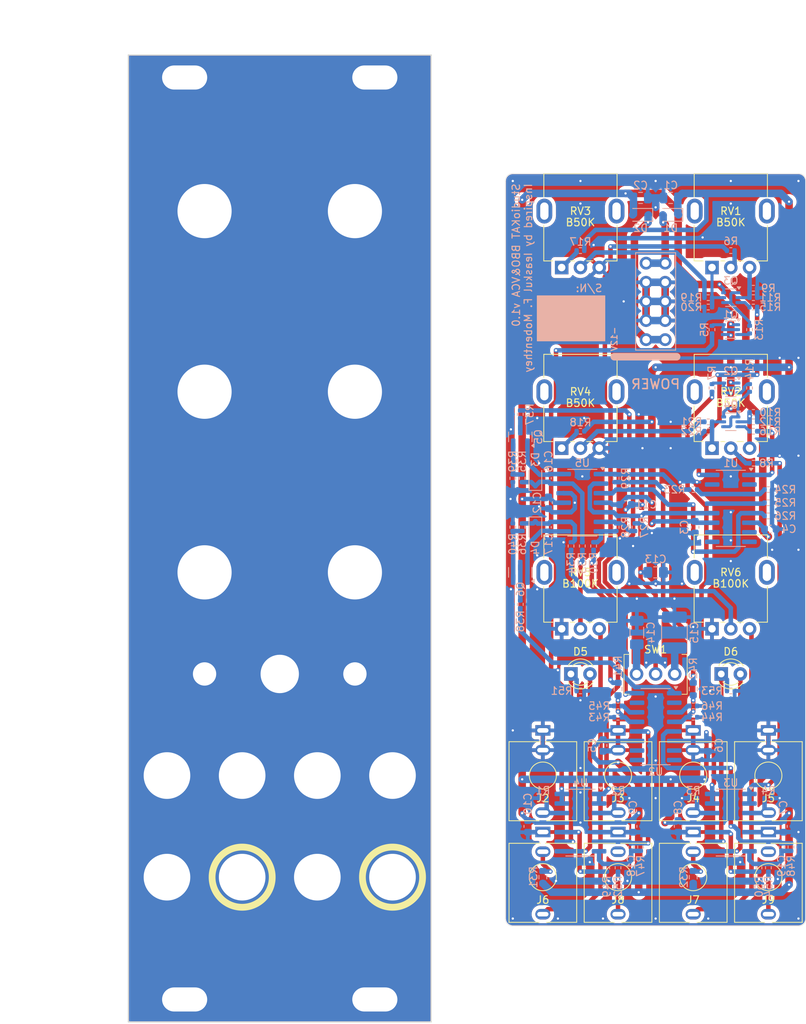
<source format=kicad_pcb>
(kicad_pcb (version 20241229) (generator "pcbnew") (generator_version "9.0")
  (layers (0 "F.Cu" signal) (2 "B.Cu" signal) (13 "F.Paste" user) (15 "B.Paste" user) (5 "F.SilkS" user "F.Silkscreen") (7 "B.SilkS" user "B.Silkscreen") (1 "F.Mask" user) (3 "B.Mask" user) (25 "Edge.Cuts" user))
  (net 0 "")
  (net 1 "GND")
  (net 2 "+12V")
  (net 3 "-12V")
  (net 4 "Net-(SW1-3)")
  (net 5 "Net-(C14-Pad1)")
  (net 6 "Net-(SW1-4)")
  (net 7 "Net-(D3-K)")
  (net 8 "Net-(D3-A)")
  (net 9 "Net-(D4-K)")
  (net 10 "Net-(D4-A)")
  (net 11 "Net-(C18-Pad2)")
  (net 12 "Net-(C19-Pad2)")
  (net 13 "Net-(D1-A)")
  (net 14 "Net-(D2-K)")
  (net 15 "Net-(D5-KA)")
  (net 16 "Net-(D5-AK)")
  (net 17 "Net-(D6-KA)")
  (net 18 "Net-(D6-AK)")
  (net 19 "Net-(U3C-+)")
  (net 20 "Net-(U3A-+)")
  (net 21 "Net-(U3D-+)")
  (net 22 "Net-(J6-PadT)")
  (net 23 "Net-(J6-PadTN)")
  (net 24 "Net-(J7-PadT)")
  (net 25 "Net-(J7-PadTN)")
  (net 26 "Net-(J8-PadT)")
  (net 28 "Net-(J9-PadT)")
  (net 30 "Net-(Q1A-B1)")
  (net 31 "Net-(Q1B-C2)")
  (net 32 "Net-(Q2A-B1)")
  (net 33 "Net-(Q2B-C2)")
  (net 34 "Net-(Q3B-C2)")
  (net 35 "Net-(Q3A-E1)")
  (net 36 "Net-(Q3B-B2)")
  (net 37 "Net-(Q3A-B1)")
  (net 38 "Net-(Q4B-C2)")
  (net 39 "Net-(Q4A-E1)")
  (net 40 "Net-(Q4A-B1)")
  (net 41 "Net-(Q4B-B2)")
  (net 42 "Net-(Q5-C)")
  (net 43 "Net-(Q5-E)")
  (net 44 "Net-(Q6-C)")
  (net 45 "Net-(Q6-E)")
  (net 46 "Net-(U3B--)")
  (net 47 "Net-(R6-Pad2)")
  (net 48 "Net-(U3A--)")
  (net 49 "Net-(U3D--)")
  (net 50 "Net-(R8-Pad2)")
  (net 51 "Bounce_Bias")
  (net 52 "Bounds_Bias")
  (net 53 "Net-(R17-Pad2)")
  (net 54 "Net-(R18-Pad2)")
  (net 55 "Net-(R19-Pad1)")
  (net 56 "Net-(R21-Pad1)")
  (net 57 "Net-(U1A-+)")
  (net 58 "Net-(R23-Pad1)")
  (net 59 "Net-(U1A--)")
  (net 60 "Net-(U4A-+)")
  (net 61 "Net-(U4B--)")
  (net 62 "Net-(R28-Pad2)")
  (net 63 "Square")
  (net 64 "Triangle")
  (net 65 "Net-(R33-Pad1)")
  (net 66 "Net-(R34-Pad1)")
  (net 67 "I_VCA_Triangle")
  (net 68 "I_VCA_Square")
  (net 69 "Net-(U2A--)")
  (net 70 "Net-(U2C--)")
  (net 71 "Net-(U2A-+)")
  (net 72 "Net-(U2C-+)")
  (net 85 "Net-(U4D-+)")
  (net 86 "Net-(U4D--)")
  (net 87 "Net-(U4A--)")
  (net 88 "Net-(U5A-+)")
  (net 89 "Net-(U5B--)")
  (net 90 "Net-(U4C-+)")
  (net 91 "GND1")
  (footprint "kat_eurorack:PH_AudioJack_3.5mm_Pad" (layer "F.Cu") (at 128 127)
    (property "Reference" "H12")
    (property "Value" "PH_Audio")
  )
  (footprint "kat_eurorack:AudioJack_PJ301M-12" (layer "F.Cu") (at 178 127)
    (property "Reference" "J4")
    (property "Value" "Bounds_Lin")
  )
  (footprint "kat_eurorack:Potentiometer_RV09" (layer "F.Cu") (at 183 76)
    (property "Reference" "RV2")
    (property "Value" "B50K")
  )
  (footprint "kat_eurorack:PH_RK097_15mmKnob_Pad" (layer "F.Cu") (at 113 76)
    (property "Reference" "H5" (hide yes))
    (property "Value" "PH_Pot" (hide yes))
  )
  (footprint "kat_eurorack:PH_RK097_15mmKnob_Pad" (layer "F.Cu") (at 113 100)
    (property "Reference" "H6" (hide yes))
    (property "Value" "PH_Pot" (hide yes))
  )
  (footprint "kat_eurorack:PH_AudioJack_3.5mm_Pad" (layer "F.Cu") (at 108 140.5)
    (property "Reference" "H18")
    (property "Value" "PH_Audio")
  )
  (footprint "kat_eurorack:AudioJack_PJ301M-12" (layer "F.Cu") (at 158 140.5)
    (property "Reference" "J6")
    (property "Value" "VCA_CV_Triangle")
  )
  (footprint "kat_eurorack:PH_AudioJack_3.5mm_Pad" (layer "F.Cu") (at 138 140.5)
    (property "Reference" "H15")
    (property "Value" "PH_Audio")
  )
  (footprint "kat_eurorack:PH_AudioJack_3.5mm_Pad" (layer "F.Cu") (at 118 140.5)
    (property "Reference" "H11")
    (property "Value" "PH_Audio")
  )
  (footprint "kat_eurorack:PH_AudioJack_3.5mm_Pad" (layer "F.Cu") (at 118 127)
    (property "Reference" "H16")
    (property "Value" "PH_Audio")
  )
  (footprint "kat_eurorack:AudioJack_PJ301M-12" (layer "F.Cu") (at 188 140.5)
    (property "Reference" "J9")
    (property "Value" "Square_OUT")
  )
  (footprint "kat_eurorack:PH_RK097_15mmKnob_Uni_Pad" (layer "F.Cu") (at 133 76)
    (property "Reference" "H7" (hide yes))
    (property "Value" "PH_Pot" (hide yes))
  )
  (footprint "kat_eurorack:Potentiometer_RV09" (layer "F.Cu") (at 163 52)
    (property "Reference" "RV3")
    (property "Value" "B50K")
  )
  (footprint "kat_eurorack:PH_AudioJack_3.5mm_Pad" (layer "F.Cu") (at 108 127)
    (property "Reference" "H17")
    (property "Value" "PH_Audio")
  )
  (footprint "kat_eurorack:AudioJack_PJ301M-12" (layer "F.Cu") (at 168 140.5)
    (property "Reference" "J8")
    (property "Value" "Triangle_OUT")
  )
  (footprint "kat_eurorack:Potentiometer_RV09" (layer "F.Cu") (at 163 100)
    (property "Reference" "RV5")
    (property "Value" "B100K")
  )
  (footprint "kat_eurorack:ToggleSwitch_2MS1-T2-B4-M2-Q-E-S" (layer "F.Cu") (at 173 113.5 90)
    (property "Reference" "SW1")
    (property "Value" "SW_SPDT_MSM" (hide yes))
  )
  (footprint "kat_eurorack:PH_AudioJack_3.5mm_Pad" (layer "F.Cu") (at 128 140.5)
    (property "Reference" "H13")
    (property "Value" "PH_Audio")
  )
  (footprint "kat_eurorack:AudioJack_PJ301M-12" (layer "F.Cu") (at 168 127)
    (property "Reference" "J3")
    (property "Value" "Bounce_CV")
  )
  (footprint "kat_eurorack:PH_RK097_15mmKnob_Pad" (layer "F.Cu") (at 133 100)
    (property "Reference" "H10" (hide yes))
    (property "Value" "PH_Pot" (hide yes))
  )
  (footprint "kat_eurorack:AudioJack_PJ301M-12" (layer "F.Cu") (at 158 127)
    (property "Reference" "J2")
    (property "Value" "Bounce_Lin")
  )
  (footprint "kat_eurorack:PH_ToggleSwitch_5.1mm_Pad" (layer "F.Cu") (at 123 113.5)
    (property "Reference" "H2" (hide yes))
    (property "Value" "PH_SW")
  )
  (footprint "kat_eurorack:Panel_8HP" (layer "F.Cu") (at 102.85 31.25)
    (property "Reference" "H1")
    (property "Value" "Panel")
    (fp_line (start 0 0) (end 40.3 0) (stroke (width 0.12)) (layer "Edge.Cuts"))
    (fp_line (start 0 128.5) (end 0 0) (stroke (width 0.12)) (layer "Edge.Cuts"))
    (fp_line (start 40.3 0) (end 40.3 128.5) (stroke (width 0.12)) (layer "Edge.Cuts"))
    (fp_line (start 40.3 128.5) (end 0 128.5) (stroke (width 0.12)) (layer "Edge.Cuts"))
  )
  (footprint "kat_eurorack:PH_RK097_15mmKnob_Pad" (layer "F.Cu") (at 113 52)
    (property "Reference" "H9" (hide yes))
    (property "Value" "PH_Pot" (hide yes))
  )
  (footprint "kat_eurorack:Potentiometer_RV09" (layer "F.Cu") (at 163 76)
    (property "Reference" "RV4")
    (property "Value" "B50K")
  )
  (footprint "LED_THT:LED_D3.0mm" (layer "F.Cu") (at 161.73 113.5)
    (property "Reference" "D5")
    (property "Value" "LED_Dual_Bidirectional")
  )
  (footprint "kat_eurorack:Potentiometer_RV09" (layer "F.Cu") (at 183 100)
    (property "Reference" "RV6")
    (property "Value" "B100K")
  )
  (footprint "kat_eurorack:AudioJack_PJ301M-12" (layer "F.Cu") (at 178 140.5)
    (property "Reference" "J7")
    (property "Value" "VCA_CV_Square")
  )
  (footprint "kat_eurorack:PH_RK097_15mmKnob_Uni_Pad" (layer "F.Cu") (at 133 52)
    (property "Reference" "H8" (hide yes))
    (property "Value" "PH_Pot" (hide yes))
  )
  (footprint "kat_eurorack:PH_LED_3.0mm_Pad" (layer "F.Cu") (at 133 113.5)
    (property "Reference" "H4")
    (property "Value" "PH_LED" (hide yes))
  )
  (footprint "LED_THT:LED_D3.0mm" (layer "F.Cu") (at 181.73 113.5)
    (property "Reference" "D6")
    (property "Value" "LED_Dual_Bidirectional")
  )
  (footprint "kat_eurorack:AudioJack_PJ301M-12" (layer "F.Cu") (at 188 127)
    (property "Reference" "J5")
    (property "Value" "Bounds_CV")
  )
  (footprint "kat_eurorack:Potentiometer_RV09" (layer "F.Cu") (at 183 52)
    (property "Reference" "RV1")
    (property "Value" "B50K")
  )
  (footprint "kat_eurorack:PH_LED_3.0mm_Pad" (layer "F.Cu") (at 113 113.5)
    (property "Reference" "H3")
    (property "Value" "PH_LED" (hide yes))
  )
  (footprint "kat_eurorack:PH_AudioJack_3.5mm_Pad" (layer "F.Cu") (at 138 127)
    (property "Reference" "H14")
    (property "Value" "PH_Audio")
  )
  (footprint "Capacitor_SMD:C_1206_3216Metric_Pad1.33x1.80mm_HandSolder" (layer "B.Cu") (at 170.5 108 90)
    (property "Reference" "C14")
    (property "Value" "1uF")
  )
  (footprint "Resistor_SMD:R_0402_1005Metric" (layer "B.Cu") (at 163 57.25 180)
    (property "Reference" "R17")
    (property "Value" "47K")
  )
  (footprint "Resistor_SMD:R_0402_1005Metric" (layer "B.Cu") (at 191 136.5 -90)
    (property "Reference" "R48")
    (property "Value" "18K")
  )
  (footprint "Package_SO:SOIC-14_3.9x8.7mm_P1.27mm" (layer "B.Cu") (at 163 133.25 180)
    (property "Reference" "U4")
    (property "Value" "TL074")
  )
  (footprint "Resistor_SMD:R_0603_1608Metric" (layer "B.Cu") (at 178 115.5 -90)
    (property "Reference" "R42")
    (property "Value" "360K")
  )
  (footprint "Resistor_SMD:R_0603_1608Metric" (layer "B.Cu") (at 178 140.5 -90)
    (property "Reference" "R32")
    (property "Value" "15K")
  )
  (footprint "Resistor_SMD:R_0402_1005Metric" (layer "B.Cu") (at 186 63.5)
    (property "Reference" "R11")
    (property "Value" "10K")
  )
  (footprint "Package_SO:SOIC-16_3.9x9.9mm_P1.27mm" (layer "B.Cu") (at 183 91.5 180)
    (property "Reference" "U1")
    (property "Value" "LM13700")
  )
  (footprint "Resistor_SMD:R_0402_1005Metric" (layer "B.Cu") (at 167.75 94 -90)
    (property "Reference" "R28")
    (property "Value" "22K")
  )
  (footprint "Resistor_SMD:R_0402_1005Metric" (layer "B.Cu") (at 170.25 94 -90)
    (property "Reference" "R27")
    (property "Value" "22K")
  )
  (footprint "Resistor_SMD:R_0402_1005Metric" (layer "B.Cu") (at 180 80)
    (property "Reference" "R21")
    (property "Value" "100K")
  )
  (footprint "Capacitor_SMD:C_0402_1005Metric" (layer "B.Cu") (at 169.75 136.5 -90)
    (property "Reference" "C18")
    (property "Value" "47pF")
  )
  (footprint "Resistor_SMD:R_0402_1005Metric" (layer "B.Cu") (at 166.5 139.25 -90)
    (property "Reference" "R49")
    (property "Value" "10K")
  )
  (footprint "Resistor_SMD:R_0402_1005Metric" (layer "B.Cu") (at 168 130 180)
    (property "Reference" "R2")
    (property "Value" "10M")
  )
  (footprint "Resistor_SMD:R_0402_1005Metric" (layer "B.Cu") (at 163.25 96.5 90)
    (property "Reference" "R33")
    (property "Value" "330K")
  )
  (footprint "Resistor_SMD:R_0402_1005Metric" (layer "B.Cu") (at 186.75 139.25 -90)
    (property "Reference" "R50")
    (property "Value" "10K")
  )
  (footprint "Diode_SMD:D_SOD-323" (layer "B.Cu") (at 157 87.5 90)
    (property "Reference" "D3")
    (property "Value" "1N4148WS")
  )
  (footprint "Resistor_SMD:R_0402_1005Metric" (layer "B.Cu") (at 178 89)
    (property "Reference" "R23")
    (property "Value" "470K")
  )
  (footprint "Capacitor_SMD:C_0603_1608Metric" (layer "B.Cu") (at 180 123 90)
    (property "Reference" "C6")
    (property "Value" "100nF")
  )
  (footprint "Capacitor_SMD:C_0402_1005Metric" (layer "B.Cu") (at 189.75 136.5 -90)
    (property "Reference" "C19")
    (property "Value" "47pF")
  )
  (footprint "Package_TO_SOT_SMD:SOT-363_SC-70-6" (layer "B.Cu") (at 183 80 180)
    (property "Reference" "Q4")
    (property "Value" "BCM857BS")
  )
  (footprint "Resistor_SMD:R_0402_1005Metric" (layer "B.Cu") (at 171 136.5 -90)
    (property "Reference" "R47")
    (property "Value" "18K")
  )
  (footprint "Capacitor_SMD:C_0805_2012Metric" (layer "B.Cu") (at 175 50.25 180)
    (property "Reference" "C1")
    (property "Value" "22uF")
  )
  (footprint "Resistor_SMD:R_0402_1005Metric" (layer "B.Cu") (at 188 92.5)
    (property "Reference" "R26")
    (property "Value" "10K")
  )
  (footprint "Resistor_SMD:R_0402_1005Metric" (layer "B.Cu") (at 188 89)
    (property "Reference" "R24")
    (property "Value" "47K")
  )
  (footprint "Resistor_SMD:R_0402_1005Metric" (layer "B.Cu") (at 158 130)
    (property "Reference" "R1")
    (property "Value" "10M")
  )
  (footprint "Package_SO:SOIC-14_3.9x8.7mm_P1.27mm" (layer "B.Cu") (at 163.25 90.75 180)
    (property "Reference" "U5")
    (property "Value" "TL074")
  )
  (footprint "Resistor_SMD:R_0402_1005Metric" (layer "B.Cu") (at 180.5 75.5 90)
    (property "Reference" "R7")
    (property "Value" "22K")
  )
  (footprint "Resistor_SMD:R_0402_1005Metric" (layer "B.Cu") (at 155.25 94 -90)
    (property "Reference" "R36")
    (property "Value" "33K")
  )
  (footprint "Capacitor_SMD:C_0603_1608Metric" (layer "B.Cu") (at 158.75 90.75 90)
    (property "Reference" "C12")
    (property "Value" "100nF")
  )
  (footprint "Capacitor_SMD:C_0805_2012Metric_Pad1.18x1.45mm_HandSolder" (layer "B.Cu") (at 173 100)
    (property "Reference" "C13")
    (property "Value" "1nF")
  )
  (footprint "Capacitor_SMD:C_0603_1608Metric" (layer "B.Cu") (at 190 133.75 -90)
    (property "Reference" "C7")
    (property "Value" "100nF")
  )
  (footprint "Package_SO:SOIC-14_3.9x8.7mm_P1.27mm" (layer "B.Cu") (at 183 133.25 180)
    (property "Reference" "U3")
    (property "Value" "TL074")
  )
  (footprint "Resistor_SMD:R_0402_1005Metric" (layer "B.Cu") (at 180 81.25 180)
    (property "Reference" "R22")
    (property "Value" "10K")
  )
  (footprint "Capacitor_SMD:C_0603_1608Metric" (layer "B.Cu") (at 169 91)
    (property "Reference" "C11")
    (property "Value" "100nF")
  )
  (footprint "Resistor_SMD:R_0402_1005Metric" (layer "B.Cu") (at 183 57.25)
    (property "Reference" "R6")
    (property "Value" "100K")
  )
  (footprint "Resistor_SMD:R_0402_1005Metric" (layer "B.Cu") (at 154 94 90)
    (property "Reference" "R40")
    (property "Value" "1K")
  )
  (footprint "Resistor_SMD:R_0402_1005Metric" (layer "B.Cu") (at 188 90.75 180)
    (property "Reference" "R25")
    (property "Value" "47K")
  )
  (footprint "Resistor_SMD:R_0402_1005Metric" (layer "B.Cu") (at 188 130 180)
    (property "Reference" "R4")
    (property "Value" "10M")
  )
  (footprint "Capacitor_SMD:C_0805_2012Metric" (layer "B.Cu") (at 171 50.25 180)
    (property "Reference" "C2")
    (property "Value" "22uF")
  )
  (footprint "Resistor_SMD:R_0402_1005Metric" (layer "B.Cu") (at 163 115.75 180)
    (property "Reference" "R51")
    (property "Value" "4.7K")
  )
  (footprint "Package_TO_SOT_SMD:SOT-23" (layer "B.Cu") (at 155 82 90)
    (property "Reference" "Q5")
    (property "Value" "MMBT3906")
  )
  (footprint "Resistor_SMD:R_0402_1005Metric" (layer "B.Cu") (at 180.5 67.75 90)
    (property "Reference" "R5")
    (property "Value" "22K")
  )
  (footprint "Resistor_SMD:R_0402_1005Metric" (layer "B.Cu") (at 163 81.25 180)
    (property "Reference" "R18")
    (property "Value" "47K")
  )
  (footprint "kat_eurorack:C_1913_4833Metric" (layer "B.Cu") (at 175.5 108 90)
    (property "Reference" "C15")
    (property "Value" "47nF")
  )
  (footprint "Capacitor_SMD:C_0603_1608Metric" (layer "B.Cu") (at 166 123 -90)
    (property "Reference" "C5")
    (property "Value" "100nF")
  )
  (footprint "Resistor_SMD:R_0402_1005Metric" (layer "B.Cu") (at 178 130)
    (property "Reference" "R3")
    (property "Value" "10M")
  )
  (footprint "Capacitor_SMD:C_0603_1608Metric" (layer "B.Cu") (at 178.25 94 -90)
    (property "Reference" "C3")
    (property "Value" "100nF")
  )
  (footprint "Resistor_SMD:R_0603_1608Metric" (layer "B.Cu") (at 158 140.5 -90)
    (property "Reference" "R31")
    (property "Value" "15K")
  )
  (footprint "Capacitor_SMD:C_0603_1608Metric" (layer "B.Cu") (at 156 133.75 90)
    (property "Reference" "C10")
    (property "Value" "100nF")
  )
  (footprint "Capacitor_SMD:C_0603_1608Metric" (layer "B.Cu") (at 170 133.75 -90)
    (property "Reference" "C9")
    (property "Value" "100nF")
  )
  (footprint "Diode_SMD:D_SOD-323" (layer "B.Cu") (at 171 52.5 180)
    (property "Reference" "D2")
    (property "Value" "1N5819WS")
  )
  (footprint "Resistor_SMD:R_0402_1005Metric" (layer "B.Cu") (at 185.5 75.5 -90)
    (property "Reference" "R14")
    (property "Value" "4.7K")
  )
  (footprint "Package_TO_SOT_SMD:SOT-363_SC-70-6" (layer "B.Cu") (at 183 63.5 180)
    (property "Reference" "Q3")
    (property "Value" "BCM857BS")
  )
  (footprint "Resistor_SMD:R_0402_1005Metric" (layer "B.Cu") (at 186 78.75)
    (property "Reference" "R10")
    (property "Value" "100K")
  )
  (footprint "Diode_SMD:D_SOD-323" (layer "B.Cu") (at 157 94.25 -90)
    (property "Reference" "D4")
    (property "Value" "1N4148WS")
  )
  (footprint "Resistor_SMD:R_0402_1005Metric" (layer "B.Cu") (at 155 79 90)
    (property "Reference" "R37")
    (property "Value" "6.8K")
  )
  (footprint "Resistor_SMD:R_0402_1005Metric" (layer "B.Cu") (at 155 104.25 -90)
    (property "Reference" "R38")
    (property "Value" "6.8K")
  )
  (footprint "Resistor_SMD:R_0402_1005Metric" (layer "B.Cu") (at 180 63.5)
    (property "Reference" "R19")
    (property "Value" "100K")
  )
  (footprint "Capacitor_SMD:C_0402_1005Metric" (layer "B.Cu") (at 158.75 87.5 90)
    (property "Reference" "C16")
    (property "Value" "330pF")
  )
  (footprint "Resistor_SMD:R_0402_1005Metric" (layer "B.Cu") (at 188 139.25 -90)
    (property "Reference" "R54")
    (property "Value" "1K")
  )
  (footprint "Resistor_SMD:R_0402_1005Metric" (layer "B.Cu") (at 161.75 96.5 90)
    (property "Reference" "R34")
    (property "Value" "330K")
  )
  (footprint "Resistor_SMD:R_0402_1005Metric" (layer "B.Cu") (at 178 119.25)
    (property "Reference" "R44")
    (property "Value" "680R")
  )
  (footprint "Resistor_SMD:R_0402_1005Metric" (layer "B.Cu") (at 180 64.75 180)
    (property "Reference" "R20")
    (property "Value" "10K")
  )
  (footprint "Resistor_SMD:R_0402_1005Metric" (layer "B.Cu") (at 186 64.75)
    (property "Reference" "R15")
    (property "Value" "4.7K")
  )
  (footprint "Capacitor_SMD:C_0603_1608Metric" (layer "B.Cu") (at 188.25 94.25 180)
    (property "Reference" "C4")
    (property "Value" "100nF")
  )
  (footprint "Capacitor_SMD:C_0402_1005Metric" (layer "B.Cu") (at 158.75 94 -90)
    (property "Reference" "C17")
    (property "Value" "330pF")
  )
  (footprint "kat_eurorack:BoxHeader_2x05_2.54mm_Europower_2" (layer "B.Cu") (at 173 64 180)
    (property "Reference" "J1" (hide yes))
    (property "Value" "POWER")
  )
  (footprint "Package_TO_SOT_SMD:SOT-23" (layer "B.Cu") (at 155 100 90)
    (property "Reference" "Q6")
    (property "Value" "MMBT3906")
  )
  (footprint "Resistor_SMD:R_0402_1005Metric" (layer "B.Cu") (at 167.75 87.5 -90)
    (property "Reference" "R29")
    (property "Value" "10K")
  )
  (footprint "Resistor_SMD:R_0402_1005Metric" (layer "B.Cu") (at 183 115.75 180)
    (property "Reference" "R53")
    (property "Value" "4.7K")
  )
  (footprint "Package_TO_SOT_SMD:SOT-363_SC-70-6" (layer "B.Cu") (at 183 75.5 180)
    (property "Reference" "Q2")
    (property "Value" "BCM857BS")
  )
  (footprint "Package_SO:SOIC-16_3.9x9.9mm_P1.27mm" (layer "B.Cu") (at 173 120.5 180)
    (property "Reference" "U2")
    (property "Value" "LM13700")
  )
  (footprint "Resistor_SMD:R_0402_1005Metric" (layer "B.Cu") (at 155.25 87.5 90)
    (property "Reference" "R35")
    (property "Value" "33K")
  )
  (footprint "Package_TO_SOT_SMD:SOT-363_SC-70-6" (layer "B.Cu") (at 182.95 67.75 180)
    (property "Reference" "Q1")
    (property "Value" "BCM857BS")
  )
  (footprint "Resistor_SMD:R_0402_1005Metric" (layer "B.Cu") (at 164.75 96.5 -90)
    (property "Reference" "R30")
    (property "Value" "10K")
  )
  (footprint "Resistor_SMD:R_0402_1005Metric" (layer "B.Cu") (at 186 62.25)
    (property "Reference" "R9")
    (property "Value" "100K")
  )
  (footprint "Resistor_SMD:R_0402_1005Metric" (layer "B.Cu") (at 185.5 67.75 90)
    (property "Reference" "R13")
    (property "Value" "4.7K")
  )
  (footprint "Resistor_SMD:R_0402_1005Metric" (layer "B.Cu") (at 168 139.25 -90)
    (property "Reference" "R52")
    (property "Value" "1K")
  )
  (footprint "Resistor_SMD:R_0402_1005Metric" (layer "B.Cu") (at 168 119.25 180)
    (property "Reference" "R43")
    (property "Value" "680R")
  )
  (footprint "Resistor_SMD:R_0402_1005Metric" (layer "B.Cu") (at 186 80)
    (property "Reference" "R12")
    (property "Value" "10K")
  )
  (footprint "Resistor_SMD:R_0402_1005Metric" (layer "B.Cu") (at 154 87.5 -90)
    (property "Reference" "R39")
    (property "Value" "1K")
  )
  (footprint "Resistor_SMD:R_0402_1005Metric" (layer "B.Cu") (at 186 85.5 180)
    (property "Reference" "R8")
    (property "Value" "100K")
  )
  (footprint "Resistor_SMD:R_0402_1005Metric" (layer "B.Cu") (at 186 81.25)
    (property "Reference" "R16")
    (property "Value" "4.7K")
  )
  (footprint "Resistor_SMD:R_0402_1005Metric" (layer "B.Cu") (at 178 117.75)
    (property "Reference" "R46")
    (property "Value" "680R")
  )
  (footprint "Diode_SMD:D_SOD-323" (layer "B.Cu") (at 175 52.5 180)
    (property "Reference" "D1")
    (property "Value" "1N5819WS")
  )
  (footprint "Resistor_SMD:R_0402_1005Metric" (layer "B.Cu") (at 167.99 117.75 180)
    (property "Reference" "R45")
    (property "Value" "680R")
  )
  (footprint "Capacitor_SMD:C_0603_1608Metric" (layer "B.Cu") (at 176 133.75 90)
    (property "Reference" "C8")
    (property "Value" "100nF")
  )
  (footprint "Resistor_SMD:R_0603_1608Metric" (layer "B.Cu") (at 168 115.5 -90)
    (property "Reference" "R41")
    (property "Value" "240K")
  )
  (gr_circle (center 138 140.5) (end 142 140.5) (stroke (width 0.9)) (fill no) (layer "F.SilkS"))
  (gr_circle (center 118 140.5) (end 122 140.5) (stroke (width 0.9)) (fill no) (layer "F.SilkS"))
  (gr_rect (start 157.25 63.25) (end 166.25 69.25) (stroke (width 0.1)) (fill yes) (layer "B.SilkS"))
  (gr_arc (start 192 47) (mid 192.707107 47.292893) (end 193 48) (stroke (width 0.05)) (layer "Edge.Cuts"))
  (gr_line (start 193 146) (end 193 48) (stroke (width 0.05)) (layer "Edge.Cuts"))
  (gr_arc (start 153 48) (mid 153.292893 47.292893) (end 154 47) (stroke (width 0.05)) (layer "Edge.Cuts"))
  (gr_arc (start 193 146) (mid 192.707107 146.707107) (end 192 147) (stroke (width 0.05)) (layer "Edge.Cuts"))
  (gr_line (start 192 47) (end 154 47) (stroke (width 0.05)) (layer "Edge.Cuts"))
  (gr_arc (start 154 147) (mid 153.292893 146.707107) (end 153 146) (stroke (width 0.05)) (layer "Edge.Cuts"))
  (gr_line (start 154 147) (end 192 147) (stroke (width 0.05)) (layer "Edge.Cuts"))
  (gr_line (start 153 48) (end 153 146) (stroke (width 0.05)) (layer "Edge.Cuts"))
  (gr_text "S/N:" (at 166 62.25 0) (layer "B.SilkS") (effects (font (size 1 1)) (justify left mirror)))
  (gr_text "StudioKAT BBO&VCA v1.0\nInspired by Ieaskul F. Mobenthey" (at 155.25 48.25 90) (layer "B.SilkS") (effects (font (size 1 1)) (justify left mirror)))
  (segment (start 178 123.62) (end 178 121) (width 0.6) (layer "F.Cu") (net 1))
  (segment (start 168 123.62) (end 168 121) (width 0.6) (layer "F.Cu") (net 1))
  (segment (start 188 123.62) (end 188 121) (width 0.6) (layer "F.Cu") (net 1))
  (segment (start 158 123.62) (end 158 121) (width 0.6) (layer "F.Cu") (net 1))
  (segment (start 174.27 66.54) (end 174.27 61.46) (width 1) (layer "F.Cu") (net 1))
  (segment (start 171.73 66.54) (end 171.73 61.46) (width 1) (layer "F.Cu") (net 1))
  (via (at 166.75 141) (size 0.6) (drill 0.3) (layers "F.Cu" "B.Cu") (net 1))
  (via (at 157.5 91.25) (size 0.6) (drill 0.3) (layers "F.Cu" "B.Cu") (net 1))
  (via (at 164.25 138.5) (size 0.6) (drill 0.3) (layers "F.Cu" "B.Cu") (net 1))
  (via (at 171.25 91) (size 0.6) (drill 0.3) (layers "F.Cu" "B.Cu") (net 1))
  (via (at 173 125) (size 0.6) (drill 0.3) (layers "F.Cu" "B.Cu") (net 1))
  (via (at 173 101.5) (size 0.6) (drill 0.3) (layers "F.Cu" "B.Cu") (net 1))
  (via (at 171.25 83.5) (size 0.6) (drill 0.3) (layers "F.Cu" "B.Cu") (net 1))
  (via (at 183 87.25) (size 0.6) (drill 0.3) (layers "F.Cu" "B.Cu") (net 1))
  (via (at 176.5 101.5) (size 0.6) (drill 0.3) (layers "F.Cu" "B.Cu") (net 1))
  (via (at 189.5 130) (size 0.6) (drill 0.3) (layers "F.Cu" "B.Cu") (net 1))
  (via (at 183 65.5) (size 0.6) (drill 0.3) (layers "F.Cu" "B.Cu") (net 1))
  (via (at 168.75 64) (size 0.6) (drill 0.3) (layers "F.Cu" "B.Cu") (net 1))
  (via (at 183 92) (size 0.6) (drill 0.3) (layers "F.Cu" "B.Cu") (net 1))
  (via (at 189.25 140.75) (size 0.6) (drill 0.3) (layers "F.Cu" "B.Cu") (net 1))
  (via (at 183 98.5) (size 0.6) (drill 0.3) (layers "F.Cu" "B.Cu") (net 1))
  (via (at 173 51.5) (size 0.6) (drill 0.3) (layers "F.Cu" "B.Cu") (net 1))
  (via (at 169.021092 91.7) (size 0.6) (drill 0.3) (layers "F.Cu" "B.Cu") (net 1))
  (via (at 157.25 97.75) (size 0.6) (drill 0.3) (layers "F.Cu" "B.Cu") (net 1))
  (via (at 176.25 88) (size 0.6) (drill 0.3) (layers "F.Cu" "B.Cu") (net 1))
  (via (at 175 80) (size 0.6) (drill 0.3) (layers "F.Cu" "B.Cu") (net 1))
  (via (at 153.7 90.25) (size 0.6) (drill 0.3) (layers "F.Cu" "B.Cu") (net 1))
  (via (at 154 121) (size 0.6) (drill 0.3) (layers "F.Cu" "B.Cu") (net 1))
  (via (at 153.75 102.25) (size 0.6) (drill 0.3) (layers "F.Cu" "B.Cu") (net 1))
  (via (at 157.25 79.5) (size 0.6) (drill 0.3) (layers "F.Cu" "B.Cu") (net 1))
  (via (at 163 51) (size 0.6) (drill 0.3) (layers "F.Cu" "B.Cu") (net 1))
  (via (at 169.25 141) (size 0.6) (drill 0.3) (layers "F.Cu" "B.Cu") (net 1))
  (via (at 188.5 97) (size 0.6) (drill 0.3) (layers "F.Cu" "B.Cu") (net 1))
  (via (at 170.5 103.5) (size 0.6) (drill 0.3) (layers "F.Cu" "B.Cu") (net 1))
  (via (at 173 146) (size 0.6) (drill 0.3) (layers "F.Cu" "B.Cu") (net 1))
  (via (at 192 146) (size 0.6) (drill 0.3) (layers "F.Cu" "B.Cu") (net 1))
  (via (at 168.25 95.5) (size 0.6) (drill 0.3) (layers "F.Cu" "B.Cu") (net 1))
  (via (at 164.75 56.5) (size 0.6) (drill 0.3) (layers "F.Cu" "B.Cu") (net 1))
  (via (at 163.5 79.5) (size 0.6) (drill 0.3) (layers "F.Cu" "B.Cu") (net 1))
  (via (at 178 107.25) (size 0.6) (drill 0.3) (layers "F.Cu" "B.Cu") (net 1))
  (via (at 186.75 140.75) (size 0.6) (drill 0.3) (layers "F.Cu" "B.Cu") (net 1))
  (via (at 154 146) (size 0.6) (drill 0.3) (layers "F.Cu" "B.Cu") (net 1))
  (via (at 189.5 84.5) (size 0.6) (drill 0.3) (layers "F.Cu" "B.Cu") (net 1))
  (via (at 178.5 88) (size 0.6) (drill 0.3) (layers "F.Cu" "B.Cu") (net 1))
  (via (at 162.25 90.75) (size 0.6) (drill 0.3) (layers "F.Cu" "B.Cu") (net 1))
  (via (at 160 146) (size 0.6) (drill 0.3) (layers "F.Cu" "B.Cu") (net 1))
  (via (at 163.25 87.25) (size 0.6) (drill 0.3) (layers "F.Cu" "B.Cu") (net 1))
  (via (at 192 48) (size 0.6) (drill 0.3) (layers "F.Cu" "B.Cu") (net 1))
  (via (at 157.5 85.5) (size 0.6) (drill 0.3) (layers "F.Cu" "B.Cu") (net 1))
  (via (at 157.25 102.25) (size 0.6) (drill 0.3) (layers "F.Cu" "B.Cu") (net 1))
  (via (at 153.75 81) (size 0.6) (drill 0.3) (layers "F.Cu" "B.Cu") (net 1))
  (via (at 180 146) (size 0.6) (drill 0.3) (layers "F.Cu" "B.Cu") (net 1))
  (via (at 154 48) (size 0.6) (drill 0.3) (layers "F.Cu" "B.Cu") (net 1))
  (via (at 173 130) (size 0.6) (drill 0.3) (layers "F.Cu" "B.Cu") (net 1))
  (via (at 159.75 141) (size 0.6) (drill 0.3) (layers "F.Cu" "B.Cu") (net 1))
  (via (at 183 51) (size 0.6) (drill 0.3) (layers "F.Cu" "B.Cu") (net 1))
  (via (at 180.25 115.75) (size 0.6) (drill 0.3) (layers "F.Cu" "B.Cu") (net 1))
  (via (at 172.5 94.775) (size 0.6) (drill 0.3) (layers "F.Cu" "B.Cu") (net 1))
  (via (at 170 96.5) (size 0.6) (drill 0.3) (layers "F.Cu" "B.Cu") (net 1))
  (via (at 163 117) (size 0.6) (drill 0.3) (layers "F.Cu" "B.Cu") (net 1))
  (via (at 175.5 103.5) (size 0.6) (drill 0.3) (layers "F.Cu" "B.Cu") (net 1))
  (via (at 183 95.75) (size 0.6) (drill 0.3) (layers "F.Cu" "B.Cu") (net 1))
  (via (at 163 126) (size 0.6) (drill 0.3) (layers "F.Cu" "B.Cu") (net 1))
  (via (at 166 146) (size 0.6) (drill 0.3) (layers "F.Cu" "B.Cu") (net 1))
  (via (at 160 113) (size 0.6) (drill 0.3) (layers "F.Cu" "B.Cu") (net 1))
  (via (at 173 116.5) (size 0.6) (drill 0.3) (layers "F.Cu" "B.Cu") (net 1))
  (via (at 189.5 71.5) (size 0.6) (drill 0.3) (layers "F.Cu" "B.Cu") (net 1))
  (via (at 170.75 79) (size 0.6) (drill 0.3) (layers "F.Cu" "B.Cu") (net 1))
  (via (at 192 134.5) (size 0.6) (drill 0.3) (layers "F.Cu" "B.Cu") (net 1))
  (via (at 163 133.25) (size 0.6) (drill 0.3) (layers "F.Cu" "B.Cu") (net 1))
  (via (at 173 48) (size 0.6) (drill 0.3) (layers "F.Cu" "B.Cu") (net 1))
  (via (at 184.25 138.5) (size 0.6) (drill 0.3) (layers "F.Cu" "B.Cu") (net 1))
  (via (at 171.75 112) (size 0.6) (drill 0.3) (layers "F.Cu" "B.Cu") (net 1))
  (via (at 175 83.5) (size 0.6) (drill 0.3) (layers "F.Cu" "B.Cu") (net 1))
  (via (at 183 48) (size 0.6) (drill 0.3) (layers "F.Cu" "B.Cu") (net 1))
  (via (at 174.25 112) (size 0.6) (drill 0.3) (layers "F.Cu" "B.Cu") (net 1))
  (via (at 192 97) (size 0.6) (drill 0.3) (layers "F.Cu" "B.Cu") (net 1))
  (via (at 163 129.25) (size 0.6) (drill 0.3) (layers "F.Cu" "B.Cu") (net 1))
  (via (at 163 48) (size 0.6) (drill 0.3) (layers "F.Cu" "B.Cu") (net 1))
  (via (at 192 84.5) (size 0.6) (drill 0.3) (layers "F.Cu" "B.Cu") (net 1))
  (via (at 160.75 96) (size 0.6) (drill 0.3) (layers "F.Cu" "B.Cu") (net 1))
  (via (at 169.5 101.5) (size 0.6) (drill 0.3) (layers "F.Cu" "B.Cu") (net 1))
  (via (at 192 71.5) (size 0.6) (drill 0.3) (layers "F.Cu" "B.Cu") (net 1))
  (via (at 169.5 130) (size 0.6) (drill 0.3) (layers "F.Cu" "B.Cu") (net 1))
  (via (at 176.5 130) (size 0.6) (drill 0.3) (layers "F.Cu" "B.Cu") (net 1))
  (via (at 179.25 55.5) (size 0.6) (drill 0.3) (layers "F.Cu" "B.Cu") (net 1))
  (segment (start 165.475 134.52) (end 167.98 134.52) (width 0.6) (layer "B.Cu") (net 1))
  (segment (start 160.775 92.02) (end 159.245 92.02) (width 0.6) (layer "B.Cu") (net 1))
  (segment (start 179.49 81.25) (end 177.24 83.5) (width 0.6) (layer "B.Cu") (net 1))
  (segment (start 160.775 92.02) (end 161.749999 92.02) (width 0.6) (layer "B.Cu") (net 1))
  (segment (start 188.48 93.705) (end 188.48 89.03) (width 0.6) (layer "B.Cu") (net 1))
  (segment (start 185.475 134.52) (end 187.98 134.52) (width 0.6) (layer "B.Cu") (net 1))
  (segment (start 188.48 89.03) (end 188.51 89) (width 0.6) (layer "B.Cu") (net 1))
  (segment (start 174.05 50.25) (end 173 50.25) (width 1) (layer "B.Cu") (net 1))
  (segment (start 157.975 134.525) (end 158 134.5) (width 0.6) (layer "B.Cu") (net 1))
  (segment (start 173 50.25) (end 171.95 50.25) (width 1) (layer "B.Cu") (net 1))
  (segment (start 173 50.25) (end 173 51.5) (width 1) (layer "B.Cu") (net 1))
  (segment (start 180 123.775) (end 178.155 123.775) (width 0.6) (layer "B.Cu") (net 1))
  (segment (start 178.155 123.775) (end 178 123.62) (width 0.6) (layer "B.Cu") (net 1))
  (segment (start 166 123.775) (end 167.845 123.775) (width 0.6) (layer "B.Cu") (net 1))
  (segment (start 177.49 130) (end 176.5 130) (width 0.6) (layer "B.Cu") (net 1))
  (segment (start 162.25 91.519999) (end 162.25 90.75) (width 0.6) (layer "B.Cu") (net 1))
  (segment (start 160.745 89.45) (end 160.775 89.48) (width 0.6) (layer "B.Cu") (net 1))
  (segment (start 171.25 83.5) (end 165.5 83.5) (width 0.6) (layer "B.Cu") (net 1))
  (segment (start 168.51 130) (end 169.5 130) (width 0.6) (layer "B.Cu") (net 1))
  (segment (start 175 83.5) (end 171.25 83.5) (width 0.6) (layer "B.Cu") (net 1))
  (segment (start 177.24 83.5) (end 175 83.5) (width 0.6) (layer "B.Cu") (net 1))
  (segment (start 167.98 134.52) (end 168 134.5) (width 0.6) (layer "B.Cu") (net 1))
  (segment (start 171.73 66.54) (end 174.27 66.54) (width 1) (layer "B.Cu") (net 1))
  (segment (start 186.51 78.75) (end 186.51 80) (width 0.6) (layer "B.Cu") (net 1))
  (segment (start 161.749999 92.02) (end 162.25 91.519999) (width 0.6) (layer "B.Cu") (net 1))
  (segment (start 162.25 90.75) (end 162.25 89.980001) (width 0.6) (layer "B.Cu") (net 1))
  (segment (start 171.021371 93.49) (end 170.25 93.49) (width 0.6) (layer "B.Cu") (net 1))
  (segment (start 176 134.525) (end 177.975 134.525) (width 0.6) (layer "B.Cu") (net 1))
  (segment (start 169.775 91) (end 169.721092 91) (width 0.6) (layer "B.Cu") (net 1))
  (segment (start 169.721092 91) (end 169.021092 91.7) (width 0.6) (layer "B.Cu") (net 1))
  (segment (start 161.749999 89.48) (end 160.775 89.48) (width 0.6) (layer "B.Cu") (net 1))
  (segment (start 176.5 130) (end 173 130) (width 0.6) (layer "B.Cu") (net 1))
  (segment (start 177.975 134.525) (end 178 134.5) (width 0.6) (layer "B.Cu") (net 1))
  (segment (start 192 134.5) (end 188 134.5) (width 0.6) (layer "B.Cu") (net 1))
  (segment (start 157.52 91.23) (end 157.5 91.25) (width 0.6) (layer "B.Cu") (net 1))
  (segment (start 186.51 62.25) (end 186.51 63.5) (width 0.6) (layer "B.Cu") (net 1))
  (segment (start 156 134.525) (end 157.975 134.525) (width 0.6) (layer "B.Cu") (net 1))
  (segment (start 159.245 92.02) (end 158.75 91.525) (width 0.6) (layer "B.Cu") (net 1))
  (segment (start 172.306371 94.775) (end 171.021371 93.49) (width 0.6) (layer "B.Cu") (net 1))
  (segment (start 162.25 89.980001) (end 161.749999 89.48) (width 0.6) (layer "B.Cu") (net 1))
  (segment (start 187.98 134.52) (end 188 134.5) (width 0.6) (layer "B.Cu") (net 1))
  (segment (start 178.205 94.775) (end 172.306371 94.775) (width 0.6) (layer "B.Cu") (net 1))
  (segment (start 168 134.5) (end 168.025 134.525) (width 0.6) (layer "B.Cu") (net 1))
  (segment (start 168.025 134.525) (end 176 134.525) (width 0.6) (layer "B.Cu") (net 1))
  (segment (start 173 130) (end 169.5 130) (width 0.6) (layer "B.Cu") (net 1))
  (segment (start 169.775 91) (end 171.25 91) (width 0.6) (layer "B.Cu") (net 1))
  (segment (start 174.27 64) (end 171.73 64) (width 1) (layer "B.Cu") (net 1))
  (segment (start 188.51 130) (end 189.5 130) (width 0.6) (layer "B.Cu") (net 1))
  (segment (start 189.025 94.25) (end 188.48 93.705) (width 0.6) (layer "B.Cu") (net 1))
  (segment (start 171.73 61.46) (end 174.27 61.46) (width 1) (layer "B.Cu") (net 1))
  (segment (start 167.845 123.775) (end 168 123.62) (width 0.6) (layer "B.Cu") (net 1))
  (segment (start 183 72.75) (end 183 68.5) (width 1) (layer "F.Cu") (net 2))
  (segment (start 170.75 132) (end 170.75 128) (width 1) (layer "F.Cu") (net 2))
  (segment (start 190.75 132) (end 190.75 141.5) (width 1) (layer "F.Cu") (net 2))
  (segment (start 170.75 128) (end 168 125.25) (width 1) (layer "F.Cu") (net 2))
  (segment (start 170.75 132) (end 170.75 142.5) (width 1) (layer "F.Cu") (net 2))
  (segment (start 190.75 72.75) (end 190.75 132) (width 1) (layer "F.Cu") (net 2))
  (segment (start 172.5 80) (end 172.5 73.25) (width 1) (layer "F.Cu") (net 2))
  (segment (start 172.5 93.5) (end 172.5 90.75) (width 1) (layer "F.Cu") (net 2))
  (segment (start 172.5 73.25) (end 173 72.75) (width 1) (layer "F.Cu") (net 2))
  (segment (start 172.5 80) (end 172.5 90.75) (width 1) (layer "F.Cu") (net 2))
  (segment (start 190.75 50.75) (end 190.75 72.75) (width 1) (layer "F.Cu") (net 2))
  (segment (start 183 67) (end 183 68.5) (width 1) (layer "F.Cu") (net 2))
  (segment (start 183 74.75) (end 183 76.2) (width 1) (layer "F.Cu") (net 2))
  (segment (start 183 74.75) (end 183 72.75) (width 1) (layer "F.Cu") (net 2))
  (via (at 190.75 132) (size 0.6) (drill 0.3) (layers "F.Cu" "B.Cu") (net 2))
  (via (at 183 67) (size 0.6) (drill 0.3) (layers "F.Cu" "B.Cu") (net 2))
  (via (at 168 125.25) (size 0.6) (drill 0.3) (layers "F.Cu" "B.Cu") (net 2))
  (via (at 170.75 132) (size 0.6) (drill 0.3) (layers "F.Cu" "B.Cu") (net 2))
  (via (at 190.75 141.5) (size 0.6) (drill 0.3) (layers "F.Cu" "B.Cu") (net 2))
  (via (at 172.5 93.5) (size 0.6) (drill 0.3) (layers "F.Cu" "B.Cu") (net 2))
  (via (at 170.75 142.5) (size 0.6) (drill 0.3) (layers "F.Cu" "B.Cu") (net 2))
  (via (at 172.5 80) (size 0.6) (drill 0.3) (layers "F.Cu" "B.Cu") (net 2))
  (via (at 172.5 90.75) (size 0.6) (drill 0.3) (layers "F.Cu" "B.Cu") (net 2))
  (via (at 183 68.5) (size 0.6) (drill 0.3) (layers "F.Cu" "B.Cu") (net 2))
  (via (at 183 72.75) (size 0.6) (drill 0.3) (layers "F.Cu" "B.Cu") (net 2))
  (via (at 190.75 72.75) (size 0.6) (drill 0.3) (layers "F.Cu" "B.Cu") (net 2))
  (via (at 190.75 50.75) (size 0.6) (drill 0.3) (layers "F.Cu" "B.Cu") (net 2))
  (via (at 183 74.75) (size 0.6) (drill 0.3) (layers "F.Cu" "B.Cu") (net 2))
  (via (at 183 76.2) (size 0.6) (drill 0.3) (layers "F.Cu" "B.Cu") (net 2))
  (via (at 173 72.75) (size 0.6) (drill 0.3) (layers "F.Cu" "B.Cu") (net 2))
  (segment (start 159.175 142.5) (end 158 141.325) (width 1) (layer "B.Cu") (net 2))
  (segment (start 189.705 133.27) (end 185.495 133.27) (width 0.6) (layer "B.Cu") (net 2))
  (segment (start 170.75 132) (end 170 132.75) (width 0.6) (layer "B.Cu") (net 2))
  (segment (start 165.725 90.75) (end 167 90.75) (width 0.6) (layer "B.Cu") (net 2))
  (segment (start 182.95 76.15) (end 183 76.2) (width 0.4) (layer "B.Cu") (net 2))
  (segment (start 175.95 50.25) (end 175.95 52.4) (width 1) (layer "B.Cu") (net 2))
  (segment (start 170 132.975) (end 170 132.98) (width 0.6) (layer "B.Cu") (net 2))
  (segment (start 183 72.75) (end 190.75 72.75) (width 1) (layer "B.Cu") (net 2))
  (segment (start 178 141.325) (end 178 141.5) (width 0.6) (layer "B.Cu") (net 2))
  (segment (start 167.25 91) (end 168.225 91) (width 0.6) (layer "B.Cu") (net 2))
  (segment (start 190 132.75) (end 190 132.975) (width 0.6) (layer "B.Cu") (net 2))
  (segment (start 170.75 142.5) (end 159.175 142.5) (width 1) (layer "B.Cu") (net 2))
  (segment (start 165.775 122.225) (end 166 122.225) (width 0.6) (layer "B.Cu") (net 2))
  (segment (start 164.75 124.5) (end 164.75 123.25) (width 0.6) (layer "B.Cu") (net 2))
  (segment (start 172.775 93.225) (end 172.5 93.5) (width 0.6) (layer "B.Cu") (net 2))
  (segment (start 190.75 50.75) (end 189.65 49.65) (width 1) (layer "B.Cu") (net 2))
  (segment (start 182.05 76.15) (end 182.95 76.15) (width 0.4) (layer "B.Cu") (net 2))
  (segment (start 183.95 74.85) (end 183.1 74.85) (width 0.4) (layer "B.Cu") (net 2))
  (segment (start 163.51 57.25) (end 163.51 55.99) (width 0.6) (layer "B.Cu") (net 2))
  (segment (start 178.43 93.405) (end 178.25 93.225) (width 0.6) (layer "B.Cu") (net 2))
  (segment (start 189.65 49.65) (end 179.5 49.65) (width 1) (layer "B.Cu") (net 2))
  (segment (start 182.9 68.4) (end 183 68.5) (width 0.4) (layer "B.Cu") (net 2))
  (segment (start 164.76 80) (end 172.5 80) (width 0.6) (layer "B.Cu") (net 2))
  (segment (start 180.525 93.405) (end 178.43 93.405) (width 0.6) (layer "B.Cu") (net 2))
  (segment (start 163.51 81.25) (end 164.76 80) (width 0.6) (layer "B.Cu") (net 2))
  (segment (start 165.5 125.25) (end 164.75 124.5) (width 0.6) (layer "B.Cu") (net 2))
  (segment (start 169 133.25) (end 165.475 133.25) (width 0.6) (layer "B.Cu") (net 2))
  (segment (start 178.25 93.225) (end 172.775 93.225) (width 0.6) (layer "B.Cu") (net 2))
  (segment (start 185.495 133.27) (end 185.475 133.25) (width 0.6) (layer "B.Cu") (net 2))
  (segment (start 176.55 49.65) (end 175.95 50.25) (width 1) (layer "B.Cu") (net 2))
  (segment (start 190.75 132) (end 190 132.75) (width 0.6) (layer "B.Cu") (net 2))
  (segment (start 163.51 55.99) (end 165 54.5) (width 0.6) (layer "B.Cu") (net 2))
  (segment (start 166.18 122.405) (end 170.525 122.405) (width 0.6) (layer "B.Cu") (net 2))
  (segment (start 173 72.75) (end 183 72.75) (width 1) (layer "B.Cu") (net 2))
  (segment (start 175.95 52.4) (end 176.05 52.5) (width 1) (layer "B.Cu") (net 2))
  (segment (start 179.75 49.9) (end 179.5 49.65) (width 0.6) (layer "B.Cu") (net 2))
  (segment (start 169.25 133) (end 169 133.25) (width 0.6) (layer "B.Cu") (net 2))
  (segment (start 167 90.75) (end 167.25 91) (width 0.6) (layer "B.Cu") (net 2))
  (segment (start 183.1 67.1) (end 183 67) (width 0.4) (layer "B.Cu") (net 2))
  (segment (start 171.75 90) (end 172.5 90.75) (width 0.6) (layer "B.Cu") (net 2))
  (segment (start 179.75 53.242031) (end 179.75 49.9) (width 0.6) (layer "B.Cu") (net 2))
  (segment (start 168 125.25) (end 165.5 125.25) (width 0.6) (layer "B.Cu") (net 2))
  (segment (start 189.75 142.5) (end 178 142.5) (width 1) (layer "B.Cu") (net 2))
  (segment (start 183.9 67.1) (end 183.1 67.1) (width 0.4) (layer "B.Cu") (net 2))
  (segment (start 178 142.5) (end 178 141.325) (width 1) (layer "B.Cu") (net 2))
  (segment (start 165 54.5) (end 178.492031 54.5) (width 0.6) (layer "B.Cu") (net 2))
  (segment (start 166 122.225) (end 166.18 122.405) (width 0.6) (layer "B.Cu") (net 2))
  (segment (start 164.75 123.25) (end 165.775 122.225) (width 0.6) (layer "B.Cu") (net 2))
  (segment (start 182 68.4) (end 182.9 68.4) (width 0.4) (layer "B.Cu") (net 2))
  (segment (start 169.98 133) (end 169.25 133) (width 0.6) (layer "B.Cu") (net 2))
  (segment (start 190.75 141.5) (end 189.75 142.5) (width 1) (layer "B.Cu") (net 2))
  (segment (start 178.492031 54.5) (end 179.75 53.242031) (width 0.6) (layer "B.Cu") (net 2))
  (segment (start 170 132.75) (end 170 132.975) (width 0.6) (layer "B.Cu") (net 2))
  (segment (start 178 142.5) (end 170.75 142.5) (width 1) (layer "B.Cu") (net 2))
  (segment (start 168.225 91) (end 169.225 90) (width 0.6) (layer "B.Cu") (net 2))
  (segment (start 183.1 74.85) (end 183 74.75) (width 0.4) (layer "B.Cu") (net 2))
  (segment (start 179.5 49.65) (end 176.55 49.65) (width 1) (layer "B.Cu") (net 2))
  (segment (start 169.225 90) (end 171.75 90) (width 0.6) (layer "B.Cu") (net 2))
  (segment (start 170 132.98) (end 169.98 133) (width 0.6) (layer "B.Cu") (net 2))
  (segment (start 190 132.975) (end 189.705 133.27) (width 0.6) (layer "B.Cu") (net 2))
  (segment (start 155.25 90.25) (end 155.25 127.5) (width 1) (layer "F.Cu") (net 3))
  (segment (start 169 49.65) (end 173.65 49.65) (width 1) (layer "F.Cu") (net 3))
  (segment (start 184.25 78.25) (end 183 78.25) (width 1) (layer "F.Cu") (net 3))
  (segment (start 185 77.5) (end 185 65.25) (width 1) (layer "F.Cu") (net 3))
  (segment (start 155.25 50.5) (end 155.25 90.25) (width 1) (layer "F.Cu") (net 3))
  (segment (start 175 132.5) (end 174.25 133.25) (width 1) (layer "F.Cu") (net 3))
  (segment (start 187.25 94.5) (end 187.25 79.585786) (width 1) (layer "F.Cu") (net 3))
  (segment (start 176 52) (end 176 59.5) (width 1) (layer "F.Cu") (net 3))
  (segment (start 179.75 121.25) (end 179.75 127.25) (width 0.6) (layer "F.Cu") (net 3))
  (segment (start 176 59.5) (end 178.25 61.75) (width 1) (layer "F.Cu") (net 3))
  (segment (start 155.25 132) (end 155.25 127.5) (width 1) (layer "F.Cu") (net 3))
  (segment (start 187.25 79.585786) (end 185.164214 77.5) (width 1) (layer "F.Cu") (net 3))
  (segment (start 175 127.5) (end 175 132.5) (width 1) (layer "F.Cu") (net 3))
  (segment (start 185 65.25) (end 181.5 61.75) (width 1) (layer "F.Cu") (net 3))
  (segment (start 179.75 127.25) (end 179.5 127.5) (width 0.6) (layer "F.Cu") (net 3))
  (segment (start 188 95.25) (end 187.25 94.5) (width 1) (layer "F.Cu") (net 3))
  (segment (start 173.65 49.65) (end 176 52) (width 1) (layer "F.Cu") (net 3))
  (segment (start 185.164214 77.5) (end 185 77.5) (width 1) (layer "F.Cu") (net 3))
  (segment (start 178.25 61.75) (end 181.5 61.75) (width 1) (layer "F.Cu") (net 3))
  (segment (start 185 77.5) (end 184.25 78.25) (width 1) (layer "F.Cu") (net 3))
  (via (at 175 127.5) (size 0.6) (drill 0.3) (layers "F.Cu" "B.Cu") (net 3))
  (via (at 174.25 133.25) (size 0.6) (drill 0.3) (layers "F.Cu" "B.Cu") (net 3))
  (via (at 183 78.25) (size 0.6) (drill 0.3) (layers "F.Cu" "B.Cu") (net 3))
  (via (at 155.25 132) (size 0.6) (drill 0.3) (layers "F.Cu" "B.Cu") (net 3))
  (via (at 155.25 127.5) (size 0.6) (drill 0.3) (layers "F.Cu" "B.Cu") (net 3))
  (via (at 179.5 127.5) (size 0.6) (drill 0.3) (layers "F.Cu" "B.Cu") (net 3))
  (via (at 155.25 90.25) (size 0.6) (drill 0.3) (layers "F.Cu" "B.Cu") (net 3))
  (via (at 169 49.65) (size 0.6) (drill 0.3) (layers "F.Cu" "B.Cu") (net 3))
  (via (at 179.75 121.25) (size 0.6) (drill 0.3) (layers "F.Cu" "B.Cu") (net 3))
  (via (at 181.5 61.75) (size 0.6) (drill 0.3) (layers "F.Cu" "B.Cu") (net 3))
  (via (at 155.25 50.5) (size 0.6) (drill 0.3) (layers "F.Cu" "B.Cu") (net 3))
  (via (at 188 95.25) (size 0.6) (drill 0.3) (layers "F.Cu" "B.Cu") (net 3))
  (segment (start 160.775 90.75) (end 159.525 90.75) (width 0.6) (layer "B.Cu") (net 3))
  (segment (start 182.05 62.3) (end 182.05 62.85) (width 0.4) (layer "B.Cu") (net 3))
  (segment (start 182.5 78.25) (end 183 78.25) (width 0.4) (layer "B.Cu") (net 3))
  (segment (start 170.05 50.25) (end 170.05 52.4) (width 1) (layer "B.Cu") (net 3))
  (segment (start 182.05 78.7) (end 182.5 78.25) (width 0.4) (layer "B.Cu") (net 3))
  (segment (start 174.25 133.25) (end 175.725 133.25) (width 0.6) (layer "B.Cu") (net 3))
  (segment (start 187.52 94.77) (end 188 95.25) (width 0.6) (layer "B.Cu") (net 3))
  (segment (start 169 49.65) (end 156.1 49.65) (width 1) (layer "B.Cu") (net 3))
  (segment (start 155.25 90.25) (end 158.475 90.25) (width 0.6) (layer "B.Cu") (net 3))
  (segment (start 158.475 90.25) (end 158.75 89.975) (width 0.6) (layer "B.Cu") (net 3))
  (segment (start 182.05 79.35) (end 182.05 78.7) (width 0.4) (layer "B.Cu") (net 3))
  (segment (start 170.05 52.4) (end 169.95 52.5) (width 1) (layer "B.Cu") (net 3))
  (segment (start 179.75 121.975) (end 180 122.225) (width 0.6) (layer "B.Cu") (net 3))
  (segment (start 179.82 122.405) (end 180 122.225) (width 0.6) (layer "B.Cu") (net 3))
  (segment (start 169 49.65) (end 169.45 49.65) (width 1) (layer "B.Cu") (net 3))
  (segment (start 157 133.25) (end 160.525 133.25) (width 0.6) (layer "B.Cu") (net 3))
  (segment (start 159.525 90.75) (end 158.75 89.975) (width 0.6) (layer "B.Cu") (net 3))
  (segment (start 175.725 133.25) (end 176 132.975) (width 0.6) (layer "B.Cu") (net 3))
  (segment (start 156.725 132.975) (end 157 133.25) (width 0.6) (layer "B.Cu") (net 3))
  (segment (start 179.75 121.25) (end 179.75 121.975) (width 0.6) (layer "B.Cu") (net 3))
  (segment (start 169.45 49.65) (end 170.05 50.25) (width 1) (layer "B.Cu") (net 3))
  (segment (start 155.25 132.225) (end 156 132.975) (width 0.6) (layer "B.Cu") (net 3))
  (segment (start 155.25 127.5) (end 175 127.5) (width 1) (layer "B.Cu") (net 3))
  (segment (start 155.25 132) (end 155.25 132.225) (width 0.6) (layer "B.Cu") (net 3))
  (segment (start 187.52 94.25) (end 187.52 94.77) (width 0.6) (layer "B.Cu") (net 3))
  (segment (start 176.275 133.25) (end 180.525 133.25) (width 0.6) (layer "B.Cu") (net 3))
  (segment (start 156.1 49.65) (end 155.25 50.5) (width 1) (layer "B.Cu") (net 3))
  (segment (start 181.5 61.75) (end 182.05 62.3) (width 0.4) (layer "B.Cu") (net 3))
  (segment (start 156 132.975) (end 156.725 132.975) (width 0.6) (layer "B.Cu") (net 3))
  (segment (start 179.5 127.5) (end 175 127.5) (width 1) (layer "B.Cu") (net 3))
  (segment (start 176 132.975) (end 176.275 133.25) (width 0.6) (layer "B.Cu") (net 3))
  (segment (start 175.475 122.405) (end 179.82 122.405) (width 0.6) (layer "B.Cu") (net 3))
  (segment (start 185.475 93.405) (end 186.675 93.405) (width 0.6) (layer "B.Cu") (net 3))
  (segment (start 186.675 93.405) (end 187.52 94.25) (width 0.6) (layer "B.Cu") (net 3))
  (segment (start 173 103) (end 173 113.5) (width 0.6) (layer "F.Cu") (net 4))
  (segment (start 171.115 92.5) (end 171 92.615) (width 0.6) (layer "F.Cu") (net 4))
  (segment (start 171 92.615) (end 171 101) (width 0.6) (layer "F.Cu") (net 4))
  (segment (start 171 101) (end 173 103) (width 0.6) (layer "F.Cu") (net 4))
  (via (at 171.115 92.5) (size 0.6) (drill 0.3) (layers "F.Cu" "B.Cu") (net 4))
  (via (at 171 100) (size 0.6) (drill 0.3) (layers "F.Cu" "B.Cu") (net 4))
  (segment (start 164.750001 88.21) (end 165.725 88.21) (width 0.6) (layer "B.Cu") (net 4))
  (segment (start 171.115 92.5) (end 167.891371 92.5) (width 0.6) (layer "B.Cu") (net 4))
  (segment (start 167.411371 92.02) (end 167.891371 92.5) (width 0.6) (layer "B.Cu") (net 4))
  (segment (start 171.9625 100) (end 171 100) (width 0.6) (layer "B.Cu") (net 4))
  (segment (start 171.115 92.5) (end 171.48 92.135) (width 0.6) (layer "B.Cu") (net 4))
  (segment (start 165.725 92.02) (end 167.411371 92.02) (width 0.6) (layer "B.Cu") (net 4))
  (segment (start 164.25 88.710001) (end 164.750001 88.21) (width 0.6) (layer "B.Cu") (net 4))
  (segment (start 171.48 92.135) (end 180.525 92.135) (width 0.6) (layer "B.Cu") (net 4))
  (segment (start 165.725 92.02) (end 164.750001 92.02) (width 0.6) (layer "B.Cu") (net 4))
  (segment (start 164.750001 92.02) (end 164.25 91.519999) (width 0.6) (layer "B.Cu") (net 4))
  (segment (start 164.25 91.519999) (end 164.25 88.710001) (width 0.6) (layer "B.Cu") (net 4))
  (segment (start 170.46 109.6025) (end 170.5 109.5625) (width 1) (layer "B.Cu") (net 5))
  (segment (start 170.46 113.5) (end 170.46 109.6025) (width 1) (layer "B.Cu") (net 5))
  (segment (start 175.54 110.09) (end 175.5 110.05) (width 1) (layer "B.Cu") (net 6))
  (segment (start 175.54 113.5) (end 175.54 110.09) (width 1) (layer "B.Cu") (net 6))
  (segment (start 155.25 88.01) (end 156.46 88.01) (width 0.6) (layer "B.Cu") (net 7))
  (segment (start 158.98 88.21) (end 158.75 87.98) (width 0.6) (layer "B.Cu") (net 7))
  (segment (start 158.75 87.98) (end 157.57 87.98) (width 0.6) (layer "B.Cu") (net 7))
  (segment (start 160.775 88.21) (end 158.98 88.21) (width 0.6) (layer "B.Cu") (net 7))
  (segment (start 163.25 95.99) (end 163.25 89.5) (width 0.6) (layer "B.Cu") (net 7))
  (segment (start 157.57 87.98) (end 157 88.55) (width 0.6) (layer "B.Cu") (net 7))
  (segment (start 156.46 88.01) (end 157 88.55) (width 0.6) (layer "B.Cu") (net 7))
  (segment (start 163.25 89.5) (end 161.96 88.21) (width 0.6) (layer "B.Cu") (net 7))
  (segment (start 161.96 88.21) (end 160.775 88.21) (width 0.6) (layer "B.Cu") (net 7))
  (segment (start 158.75 87.02) (end 157.57 87.02) (width 0.6) (layer "B.Cu") (net 8))
  (segment (start 160.775 86.94) (end 158.83 86.94) (width 0.6) (layer "B.Cu") (net 8))
  (segment (start 155.95 85.4) (end 157 86.45) (width 0.6) (layer "B.Cu") (net 8))
  (segment (start 158.83 86.94) (end 158.75 87.02) (width 0.6) (layer "B.Cu") (net 8))
  (segment (start 157.57 87.02) (end 157 86.45) (width 0.6) (layer "B.Cu") (net 8))
  (segment (start 155.95 82.9375) (end 155.95 85.4) (width 0.6) (layer "B.Cu") (net 8))
  (segment (start 156.71 93.49) (end 157 93.2) (width 0.6) (layer "B.Cu") (net 9))
  (segment (start 162.25 93.790001) (end 161.749999 93.29) (width 0.6) (layer "B.Cu") (net 9))
  (segment (start 162.25 95.74) (end 162.25 93.790001) (width 0.6) (layer "B.Cu") (net 9))
  (segment (start 157.32 93.52) (end 157 93.2) (width 0.6) (layer "B.Cu") (net 9))
  (segment (start 158.98 93.29) (end 158.75 93.52) (width 0.6) (layer "B.Cu") (net 9))
  (segment (start 155.25 93.49) (end 156.71 93.49) (width 0.6) (layer "B.Cu") (net 9))
  (segment (start 161.749999 93.29) (end 160.775 93.29) (width 0.6) (layer "B.Cu") (net 9))
  (segment (start 158.75 93.52) (end 157.32 93.52) (width 0.6) (layer "B.Cu") (net 9))
  (segment (start 162 95.99) (end 162.25 95.74) (width 0.6) (layer "B.Cu") (net 9))
  (segment (start 160.775 93.29) (end 158.98 93.29) (width 0.6) (layer "B.Cu") (net 9))
  (segment (start 158.83 94.56) (end 158.75 94.48) (width 0.6) (layer "B.Cu") (net 10))
  (segment (start 155.95 100.9375) (end 155.95 96.5) (width 0.6) (layer "B.Cu") (net 10))
  (segment (start 155.95 96.35) (end 157 95.3) (width 0.6) (layer "B.Cu") (net 10))
  (segment (start 160.775 94.56) (end 158.83 94.56) (width 0.6) (layer "B.Cu") (net 10))
  (segment (start 155.95 96.5) (end 155.95 96.35) (width 0.6) (layer "B.Cu") (net 10))
  (segment (start 158.75 94.48) (end 157.82 94.48) (width 0.6) (layer "B.Cu") (net 10))
  (segment (start 157.82 94.48) (end 157 95.3) (width 0.6) (layer "B.Cu") (net 10))
  (segment (start 165.99 138.74) (end 165.475 138.225) (width 0.6) (layer "B.Cu") (net 11))
  (segment (start 169.75 136.98) (end 169.75 138.25) (width 0.6) (layer "B.Cu") (net 11))
  (segment (start 168 138.74) (end 166.5 138.74) (width 0.6) (layer "B.Cu") (net 11))
  (segment (start 171 137.01) (end 169.78 137.01) (width 0.6) (layer "B.Cu") (net 11))
  (segment (start 169.78 137.01) (end 169.75 136.98) (width 0.6) (layer "B.Cu") (net 11))
  (segment (start 166.5 138.74) (end 165.99 138.74) (width 0.6) (layer "B.Cu") (net 11))
  (segment (start 165.475 138.225) (end 165.475 137.06) (width 0.6) (layer "B.Cu") (net 11))
  (segment (start 169.26 138.74) (end 168 138.74) (width 0.6) (layer "B.Cu") (net 11))
  (segment (start 169.75 138.25) (end 169.26 138.74) (width 0.6) (layer "B.Cu") (net 11))
  (segment (start 188 138.74) (end 189.26 138.74) (width 0.6) (layer "B.Cu") (net 12))
  (segment (start 189.78 137.01) (end 189.75 136.98) (width 0.6) (layer "B.Cu") (net 12))
  (segment (start 189.26 138.74) (end 189.75 138.25) (width 0.6) (layer "B.Cu") (net 12))
  (segment (start 186.75 138.74) (end 188 138.74) (width 0.6) (layer "B.Cu") (net 12))
  (segment (start 185.99 138.74) (end 185.475 138.225) (width 0.6) (layer "B.Cu") (net 12))
  (segment (start 189.75 138.25) (end 189.75 136.98) (width 0.6) (layer "B.Cu") (net 12))
  (segment (start 186.75 138.74) (end 185.99 138.74) (width 0.6) (layer "B.Cu") (net 12))
  (segment (start 191 137.01) (end 189.78 137.01) (width 0.6) (layer "B.Cu") (net 12))
  (segment (start 185.475 138.225) (end 185.475 137.06) (width 0.6) (layer "B.Cu") (net 12))
  (segment (start 174.27 58.92) (end 174.27 53.77) (width 1) (layer "F.Cu") (net 13))
  (segment (start 174.27 53.77) (end 174 53.5) (width 1) (layer "F.Cu") (net 13))
  (via (at 174 53.5) (size 0.6) (drill 0.3) (layers "F.Cu" "B.Cu") (net 13))
  (segment (start 174 52.55) (end 173.95 52.5) (width 1) (layer "B.Cu") (net 13))
  (segment (start 171.73 58.92) (end 174.27 58.92) (width 1) (layer "B.Cu") (net 13))
  (segment (start 174 53.5) (end 174 52.55) (width 1) (layer "B.Cu") (net 13))
  (segment (start 170.18 55.32) (end 172 53.5) (width 1) (layer "F.Cu") (net 14))
  (segment (start 170.18 67.53) (end 170.18 55.32) (width 1) (layer "F.Cu") (net 14))
  (segment (start 171.73 69.08) (end 170.18 67.53) (width 1) (layer "F.Cu") (net 14))
  (via (at 172 53.5) (size 0.6) (drill 0.3) (layers "F.Cu" "B.Cu") (net 14))
  (segment (start 174.27 69.08) (end 171.73 69.08) (width 1) (layer "B.Cu") (net 14))
  (segment (start 172 53.5) (end 172 52.55) (width 1) (layer "B.Cu") (net 14))
  (segment (start 172 52.55) (end 172.05 52.5) (width 1) (layer "B.Cu") (net 14))
  (segment (start 162 135.79) (end 161.73 135.52) (width 0.6) (layer "F.Cu") (net 15))
  (segment (start 161.73 135.52) (end 161.73 113.5) (width 0.6) (layer "F.Cu") (net 15))
  (via (at 162 135.79) (size 0.6) (drill 0.3) (layers "F.Cu" "B.Cu") (net 15))
  (segment (start 162 135.79) (end 160.525 135.79) (width 0.6) (layer "B.Cu") (net 15))
  (segment (start 162.49 115.75) (end 162.49 114.26) (width 0.6) (layer "B.Cu") (net 15))
  (segment (start 162.49 114.26) (end 161.73 113.5) (width 0.6) (layer "B.Cu") (net 15))
  (segment (start 164.27 136.48) (end 164.27 113.5) (width 0.6) (layer "F.Cu") (net 16))
  (segment (start 163.69 137.06) (end 164.27 136.48) (width 0.6) (layer "F.Cu") (net 16))
  (via (at 163.69 137.06) (size 0.6) (drill 0.3) (layers "F.Cu" "B.Cu") (net 16))
  (segment (start 163.69 137.06) (end 160.525 137.06) (width 0.6) (layer "B.Cu") (net 16))
  (segment (start 181.73 135.48) (end 182 135.75) (width 0.6) (layer "F.Cu") (net 17))
  (segment (start 181.73 113.5) (end 181.73 135.48) (width 0.6) (layer "F.Cu") (net 17))
  (via (at 182 135.75) (size 0.6) (drill 0.3) (layers "F.Cu" "B.Cu") (net 17))
  (segment (start 182.49 115.75) (end 182.49 114.26) (width 0.6) (layer "B.Cu") (net 17))
  (segment (start 181.96 135.79) (end 182 135.75) (width 0.6) (layer "B.Cu") (net 17))
  (segment (start 182.49 114.26) (end 181.73 113.5) (width 0.6) (layer "B.Cu") (net 17))
  (segment (start 180.525 135.79) (end 181.96 135.79) (width 0.6) (layer "B.Cu") (net 17))
  (segment (start 184.27 136.59) (end 184.27 113.5) (width 0.6) (layer "F.Cu") (net 18))
  (segment (start 183.8 137.06) (end 184.27 136.59) (width 0.6) (layer "F.Cu") (net 18))
  (via (at 183.8 137.06) (size 0.6) (drill 0.3) (layers "F.Cu" "B.Cu") (net 18))
  (segment (start 183.8 137.06) (end 180.525 137.06) (width 0.6) (layer "B.Cu") (net 18))
  (segment (start 183 134.75) (end 183 139.75) (width 0.6) (layer "F.Cu") (net 19))
  (via (at 183 139.75) (size 0.6) (drill 0.3) (layers "F.Cu" "B.Cu") (net 19))
  (via (at 183 134.75) (size 0.6) (drill 0.3) (layers "F.Cu" "B.Cu") (net 19))
  (segment (start 183.01 139.76) (end 183 139.75) (width 0.6) (layer "B.Cu") (net 19))
  (segment (start 186.75 139.76) (end 183.01 139.76) (width 0.6) (layer "B.Cu") (net 19))
  (segment (start 180.525 134.52) (end 182.77 134.52) (width 0.6) (layer "B.Cu") (net 19))
  (segment (start 182.77 134.52) (end 183 134.75) (width 0.6) (layer "B.Cu") (net 19))
  (segment (start 187.94 131.98) (end 188 131.92) (width 0.6) (layer "B.Cu") (net 20))
  (segment (start 185.475 131.98) (end 187.94 131.98) (width 0.6) (layer "B.Cu") (net 20))
  (segment (start 187.49 131.41) (end 188 131.92) (width 0.6) (layer "B.Cu") (net 20))
  (segment (start 187.49 130) (end 187.49 131.41) (width 0.6) (layer "B.Cu") (net 20))
  (segment (start 180.525 131.98) (end 178.06 131.98) (width 0.6) (layer "B.Cu") (net 21))
  (segment (start 178.51 130) (end 178.51 131.41) (width 0.6) (layer "B.Cu") (net 21))
  (segment (start 178.51 131.41) (end 178 131.92) (width 0.6) (layer "B.Cu") (net 21))
  (segment (start 178.06 131.98) (end 178 131.92) (width 0.6) (layer "B.Cu") (net 21))
  (segment (start 165.67 142.33) (end 165.67 107.67) (width 0.6) (layer "F.Cu") (net 22))
  (segment (start 158.67 144.75) (end 163.25 144.75) (width 0.6) (layer "F.Cu") (net 22))
  (segment (start 158 145.42) (end 158.67 144.75) (width 0.6) (layer "F.Cu") (net 22))
  (segment (start 165.67 107.67) (end 165.5 107.5) (width 0.6) (layer "F.Cu") (net 22))
  (segment (start 163.25 144.75) (end 165.67 142.33) (width 0.6) (layer "F.Cu") (net 22))
  (segment (start 158 138.75) (end 159 139.75) (width 0.6) (layer "F.Cu") (net 23))
  (segment (start 158 137.12) (end 158 138.75) (width 0.6) (layer "F.Cu") (net 23))
  (via (at 159 139.75) (size 0.6) (drill 0.3) (layers "F.Cu" "B.Cu") (net 23))
  (segment (start 159 139.75) (end 158.075 139.75) (width 0.6) (layer "B.Cu") (net 23))
  (segment (start 158.075 139.75) (end 158 139.675) (width 0.6) (layer "B.Cu") (net 23))
  (segment (start 178 145.42) (end 178.67 144.75) (width 0.6) (layer "F.Cu") (net 24))
  (segment (start 185.75 107.75) (end 185.5 107.5) (width 0.6) (layer "F.Cu") (net 24))
  (segment (start 185.75 142.25) (end 185.75 107.75) (width 0.6) (layer "F.Cu") (net 24))
  (segment (start 178.67 144.75) (end 183.25 144.75) (width 0.6) (layer "F.Cu") (net 24))
  (segment (start 183.25 144.75) (end 185.75 142.25) (width 0.6) (layer "F.Cu") (net 24))
  (segment (start 178 138.75) (end 179 139.75) (width 0.6) (layer "F.Cu") (net 25))
  (segment (start 178 137.12) (end 178 138.75) (width 0.6) (layer "F.Cu") (net 25))
  (via (at 179 139.75) (size 0.6) (drill 0.3) (layers "F.Cu" "B.Cu") (net 25))
  (segment (start 179 139.75) (end 178.075 139.75) (width 0.6) (layer "B.Cu") (net 25))
  (segment (start 178.075 139.75) (end 178 139.675) (width 0.6) (layer "B.Cu") (net 25))
  (segment (start 168 145.42) (end 168 140.75) (width 0.6) (layer "F.Cu") (net 26))
  (via (at 168 140.75) (size 0.6) (drill 0.3) (layers "F.Cu" "B.Cu") (net 26))
  (segment (start 168 140.75) (end 168 139.76) (width 0.6) (layer "B.Cu") (net 26))
  (segment (start 188 145.42) (end 188 140.75) (width 0.6) (layer "F.Cu") (net 28))
  (via (at 188 140.75) (size 0.6) (drill 0.3) (layers "F.Cu" "B.Cu") (net 28))
  (segment (start 188 140.75) (end 188 139.76) (width 0.6) (layer "B.Cu") (net 28))
  (segment (start 182 67.1) (end 180.64 67.1) (width 0.4) (layer "B.Cu") (net 30))
  (segment (start 182 67.1) (end 182 67.75) (width 0.4) (layer "B.Cu") (net 30))
  (segment (start 180.64 67.1) (end 180.5 67.24) (width 0.4) (layer "B.Cu") (net 30))
  (segment (start 183.9 67.75) (end 182 67.75) (width 0.4) (layer "B.Cu") (net 30))
  (segment (start 185.36 68.4) (end 185.5 68.26) (width 0.4) (layer "B.Cu") (net 31))
  (segment (start 183.9 68.4) (end 185.36 68.4) (width 0.4) (layer "B.Cu") (net 31))
  (segment (start 180.64 74.85) (end 180.5 74.99) (width 0.4) (layer "B.Cu") (net 32))
  (segment (start 182.05 74.85) (end 182.05 75.5) (width 0.4) (layer "B.Cu") (net 32))
  (segment (start 183.95 75.5) (end 182.05 75.5) (width 0.4) (layer "B.Cu") (net 32))
  (segment (start 182.05 74.85) (end 180.64 74.85) (width 0.4) (layer "B.Cu") (net 32))
  (segment (start 184.334878 76.15) (end 184.78 75.704878) (width 0.4) (layer "B.Cu") (net 33))
  (segment (start 184.78 75.390001) (end 185.180001 74.99) (width 0.4) (layer "B.Cu") (net 33))
  (segment (start 184.78 75.704878) (end 184.78 75.390001) (width 0.4) (layer "B.Cu") (net 33))
  (segment (start 183.95 76.15) (end 184.334878 76.15) (width 0.4) (layer "B.Cu") (net 33))
  (segment (start 185.180001 74.99) (end 185.5 74.99) (width 0.4) (layer "B.Cu") (net 33))
  (segment (start 183.95 64.15) (end 184.89 64.15) (width 0.4) (layer "B.Cu") (net 34))
  (segment (start 184.89 64.15) (end 185.49 64.75) (width 0.4) (layer "B.Cu") (net 34))
  (segment (start 185.5 66.75) (end 185.5 67.24) (width 0.4) (layer "B.Cu") (net 35))
  (segment (start 183 64.25) (end 185.5 66.75) (width 0.4) (layer "B.Cu") (net 35))
  (segment (start 183.15 62.85) (end 183 63) (width 0.4) (layer "B.Cu") (net 35))
  (segment (start 183.95 62.85) (end 183.15 62.85) (width 0.4) (layer "B.Cu") (net 35))
  (segment (start 183 64.15) (end 182.05 64.15) (width 0.4) (layer "B.Cu") (net 35))
  (segment (start 183 63) (end 183 64.25) (width 0.4) (layer "B.Cu") (net 35))
  (segment (start 180.5 59.5) (end 180.5 63.49) (width 0.4) (layer "B.Cu") (net 36))
  (segment (start 180.51 64.75) (end 180.51 63.5) (width 0.6) (layer "B.Cu") (net 36))
  (segment (start 180.5 63.49) (end 180.51 63.5) (width 0.4) (layer "B.Cu") (net 36))
  (segment (start 182.05 63.5) (end 180.51 63.5) (width 0.4) (layer "B.Cu") (net 36))
  (segment (start 185.5 59.5) (end 185.5 62.24) (width 0.6) (layer "B.Cu") (net 37))
  (segment (start 183.95 63.5) (end 185.49 63.5) (width 0.4) (layer "B.Cu") (net 37))
  (segment (start 185.5 62.24) (end 185.49 62.25) (width 0.6) (layer "B.Cu") (net 37))
  (segment (start 185.49 62.25) (end 185.49 63.5) (width 0.6) (layer "B.Cu") (net 37))
  (segment (start 184.89 80.65) (end 185.49 81.25) (width 0.4) (layer "B.Cu") (net 38))
  (segment (start 183.95 80.65) (end 184.89 80.65) (width 0.4) (layer "B.Cu") (net 38))
  (segment (start 182.85 80.65) (end 182.05 80.65) (width 0.4) (layer "B.Cu") (net 39))
  (segment (start 183 80.5) (end 182.85 80.65) (width 0.4) (layer "B.Cu") (net 39))
  (segment (start 183.95 77.56) (end 183.95 79.35) (width 0.4) (layer "B.Cu") (net 39))
  (segment (start 183 79.5) (end 183 80.5) (width 0.4) (layer "B.Cu") (net 39))
  (segment (start 183.15 79.35) (end 183 79.5) (width 0.4) (layer "B.Cu") (net 39))
  (segment (start 185.5 76.01) (end 183.95 77.56) (width 0.4) (layer "B.Cu") (net 39))
  (segment (start 183.95 79.35) (end 183.15 79.35) (width 0.4) (layer "B.Cu") (net 39))
  (segment (start 185.5 83.5) (end 185.5 79.25) (width 0.6) (layer "F.Cu") (net 40))
  (via (at 185.5 79.25) (size 0.6) (drill 0.3) (layers "F.Cu" "B.Cu") (net 40))
  (segment (start 183.95 80) (end 185.49 80) (width 0.4) (layer "B.Cu") (net 40))
  (segment (start 185.5 79.25) (end 185.5 78.76) (width 0.6) (layer "B.Cu") (net 40))
  (segment (start 185.49 78.75) (end 185.49 80) (width 0.6) (layer "B.Cu") (net 40))
  (segment (start 185.5 78.76) (end 185.49 78.75) (width 0.6) (layer "B.Cu") (net 40))
  (segment (start 180.5 83.5) (end 180.5 81.26) (width 0.6) (layer "B.Cu") (net 41))
  (segment (start 180.5 81.26) (end 180.51 81.25) (width 0.6) (layer "B.Cu") (net 41))
  (segment (start 180.51 80) (end 180.51 81.25) (width 0.6) (layer "B.Cu") (net 41))
  (segment (start 182.05 80) (end 180.51 80) (width 0.4) (layer "B.Cu") (net 41))
  (segment (start 155 81.0625) (end 155 79.51) (width 0.6) (layer "B.Cu") (net 42))
  (segment (start 155.25 86.99) (end 154.05 86.99) (width 0.6) (layer "B.Cu") (net 43))
  (segment (start 154.05 82.9375) (end 154.05 86.94) (width 0.6) (layer "B.Cu") (net 43))
  (segment (start 155 99.0625) (end 155 103.74) (width 0.6) (layer "B.Cu") (net 44))
  (segment (start 155.25 94.51) (end 154.05 94.51) (width 0.6) (layer "B.Cu") (net 45))
  (segment (start 154.05 94.56) (end 154 94.51) (width 0.6) (layer "B.Cu") (net 45))
  (segment (start 154.05 100.9375) (end 154.05 94.56) (width 0.6) (layer "B.Cu") (net 45))
  (segment (start 183 126) (end 183 133.75) (width 0.6) (layer "F.Cu") (net 46))
  (via (at 183 126) (size 0.6) (drill 0.3) (layers "F.Cu" "B.Cu") (net 46))
  (via (at 183 133.75) (size 0.6) (drill 0.3) (layers "F.Cu" "B.Cu") (net 46))
  (segment (start 184.500001 135.79) (end 185.475 135.79) (width 0.6) (layer "B.Cu") (net 46))
  (segment (start 185.475 135.79) (end 189.52 135.79) (width 0.6) (layer "B.Cu") (net 46))
  (segment (start 184 134.315) (end 184 135.289999) (width 0.6) (layer "B.Cu") (net 46))
  (segment (start 183.435 133.75) (end 184 134.315) (width 0.6) (layer "B.Cu") (net 46))
  (segment (start 184 135.289999) (end 184.500001 135.79) (width 0.6) (layer "B.Cu") (net 46))
  (segment (start 174 125.368394) (end 174.631606 126) (width 0.6) (layer "B.Cu") (net 46))
  (segment (start 189.52 135.79) (end 189.75 136.02) (width 0.6) (layer "B.Cu") (net 46))
  (segment (start 183 133.75) (end 183.435 133.75) (width 0.6) (layer "B.Cu") (net 46))
  (segment (start 174 121.635001) (end 174 125.368394) (width 0.6) (layer "B.Cu") (net 46))
  (segment (start 174.500001 121.135) (end 174 121.635001) (width 0.6) (layer "B.Cu") (net 46))
  (segment (start 189.78 135.99) (end 189.75 136.02) (width 0.6) (layer "B.Cu") (net 46))
  (segment (start 174.631606 126) (end 183 126) (width 0.6) (layer "B.Cu") (net 46))
  (segment (start 191 135.99) (end 189.78 135.99) (width 0.6) (layer "B.Cu") (net 46))
  (segment (start 175.475 121.135) (end 174.500001 121.135) (width 0.6) (layer "B.Cu") (net 46))
  (segment (start 183.51 57.25) (end 183.51 58.99) (width 0.6) (layer "B.Cu") (net 47))
  (segment (start 183.51 58.99) (end 183 59.5) (width 0.6) (layer "B.Cu") (net 47))
  (segment (start 189.5 85.5) (end 189.5 126.75) (width 0.6) (layer "F.Cu") (net 48))
  (segment (start 189.5 126.75) (end 188 128.25) (width 0.6) (layer "F.Cu") (net 48))
  (via (at 188 128.25) (size 0.6) (drill 0.3) (layers "F.Cu" "B.Cu") (net 48))
  (via (at 189.5 85.5) (size 0.6) (drill 0.3) (layers "F.Cu" "B.Cu") (net 48))
  (segment (start 185.475 128.775) (end 185.475 129.44) (width 0.6) (layer "B.Cu") (net 48))
  (segment (start 185.475 130.71) (end 185.475 129.44) (width 0.6) (layer "B.Cu") (net 48))
  (segment (start 186 128.25) (end 185.475 128.775) (width 0.6) (layer "B.Cu") (net 48))
  (segment (start 186.51 85.5) (end 189.5 85.5) (width 0.6) (layer "B.Cu") (net 48))
  (segment (start 188 128.25) (end 186 128.25) (width 0.6) (layer "B.Cu") (net 48))
  (segment (start 179.75 101.242031) (end 179.75 91.25) (width 0.6) (layer "F.Cu") (net 49))
  (segment (start 177.25 88.75) (end 177.25 80) (width 0.6) (layer "F.Cu") (net 49))
  (segment (start 179.75 91.25) (end 177.25 88.75) (width 0.6) (layer "F.Cu") (net 49))
  (segment (start 180.75 128) (end 180.75 118.25) (width 0.6) (layer "F.Cu") (net 49))
  (segment (start 179.1 116.6) (end 179.1 101.892031) (width 0.6) (layer "F.Cu") (net 49))
  (segment (start 177.25 80) (end 180.5 76.75) (width 0.6) (layer "F.Cu") (net 49))
  (segment (start 179.1 101.892031) (end 179.75 101.242031) (width 0.6) (layer "F.Cu") (net 49))
  (segment (start 180.75 118.25) (end 179.1 116.6) (width 0.6) (layer "F.Cu") (net 49))
  (segment (start 180.5 128.25) (end 180.75 128) (width 0.6) (layer "F.Cu") (net 49))
  (via (at 180.5 128.25) (size 0.6) (drill 0.3) (layers "F.Cu" "B.Cu") (net 49))
  (via (at 180.5 76.75) (size 0.6) (drill 0.3) (layers "F.Cu" "B.Cu") (net 49))
  (segment (start 180.525 128.275) (end 180.5 128.25) (width 0.6) (layer "B.Cu") (net 49))
  (segment (start 180.5 76.75) (end 180.5 76.01) (width 0.6) (layer "B.Cu") (net 49))
  (segment (start 180.525 130.71) (end 180.525 129.44) (width 0.6) (layer "B.Cu") (net 49))
  (segment (start 180.525 129.44) (end 180.525 128.275) (width 0.6) (layer "B.Cu") (net 49))
  (segment (start 185 85.5) (end 183 83.5) (width 0.6) (layer "B.Cu") (net 50))
  (segment (start 185.49 85.5) (end 185 85.5) (width 0.6) (layer "B.Cu") (net 50))
  (segment (start 178.75 82.5) (end 178.75 87) (width 0.6) (layer "F.Cu") (net 51))
  (segment (start 181.25 73.75) (end 181.5 74) (width 0.6) (layer "F.Cu") (net 51))
  (segment (start 181.5 79.75) (end 178.75 82.5) (width 0.6) (layer "F.Cu") (net 51))
  (segment (start 181.5 74) (end 181.5 79.75) (width 0.6) (layer "F.Cu") (net 51))
  (segment (start 186.5 73.75) (end 186.5 65.75) (width 0.6) (layer "F.Cu") (net 51))
  (via (at 178.75 87) (size 0.6) (drill 0.3) (layers "F.Cu" "B.Cu") (net 51))
  (via (at 186.5 73.75) (size 0.6) (drill 0.3) (layers "F.Cu" "B.Cu") (net 51))
  (via (at 186.5 65.75) (size 0.6) (drill 0.3) (layers "F.Cu" "B.Cu") (net 51))
  (via (at 181.25 73.75) (size 0.6) (drill 0.3) (layers "F.Cu" "B.Cu") (net 51))
  (segment (start 186.51 64.75) (end 186.51 65.74) (width 0.6) (layer "B.Cu") (net 51))
  (segment (start 186.51 65.74) (end 186.5 65.75) (width 0.6) (layer "B.Cu") (net 51))
  (segment (start 186.5 73.75) (end 181.25 73.75) (width 0.6) (layer "B.Cu") (net 51))
  (segment (start 178.75 87) (end 178.805 87.055) (width 0.6) (layer "B.Cu") (net 51))
  (segment (start 178.805 87.055) (end 180.525 87.055) (width 0.6) (layer "B.Cu") (net 51))
  (segment (start 188.5 86.75) (end 188.5 81.5) (width 0.6) (layer "F.Cu") (net 52))
  (via (at 188.5 86.75) (size 0.6) (drill 0.3) (layers "F.Cu" "B.Cu") (net 52))
  (via (at 188.5 81.5) (size 0.6) (drill 0.3) (layers "F.Cu" "B.Cu") (net 52))
  (segment (start 188.25 81.25) (end 186.51 81.25) (width 0.6) (layer "B.Cu") (net 52))
  (segment (start 188.5 81.5) (end 188.25 81.25) (width 0.6) (layer "B.Cu") (net 52))
  (segment (start 188.5 86.75) (end 188.195 87.055) (width 0.6) (layer "B.Cu") (net 52))
  (segment (start 188.195 87.055) (end 185.475 87.055) (width 0.6) (layer "B.Cu") (net 52))
  (segment (start 162.49 57.25) (end 162.49 57.51) (width 0.6) (layer "B.Cu") (net 53))
  (segment (start 162.49 57.51) (end 160.5 59.5) (width 0.6) (layer "B.Cu") (net 53))
  (segment (start 162.49 81.25) (end 162.49 81.51) (width 0.6) (layer "B.Cu") (net 54))
  (segment (start 162.49 81.51) (end 160.5 83.5) (width 0.6) (layer "B.Cu") (net 54))
  (segment (start 179.49 61.24) (end 175.75 57.5) (width 0.6) (layer "B.Cu") (net 55))
  (segment (start 165 57.5) (end 163 59.5) (width 0.6) (layer "B.Cu") (net 55))
  (segment (start 175.75 57.5) (end 165 57.5) (width 0.6) (layer "B.Cu") (net 55))
  (segment (start 179.49 63.5) (end 179.49 61.24) (width 0.6) (layer "B.Cu") (net 55))
  (segment (start 165.25 81.25) (end 163 83.5) (width 0.6) (layer "B.Cu") (net 56))
  (segment (start 177.5 81.25) (end 165.25 81.25) (width 0.6) (layer "B.Cu") (net 56))
  (segment (start 179.49 80) (end 178.75 80) (width 0.6) (layer "B.Cu") (net 56))
  (segment (start 178.75 80) (end 177.5 81.25) (width 0.6) (layer "B.Cu") (net 56))
  (segment (start 185.475 89.595) (end 180.525 89.595) (width 0.6) (layer "B.Cu") (net 57))
  (segment (start 186.895 89.595) (end 187.49 89) (width 0.6) (layer "B.Cu") (net 57))
  (segment (start 185.475 89.595) (end 186.895 89.595) (width 0.6) (layer "B.Cu") (net 57))
  (segment (start 180.525 89.595) (end 179.105 89.595) (width 0.6) (layer "B.Cu") (net 57))
  (segment (start 179.105 89.595) (end 178.51 89) (width 0.6) (layer "B.Cu") (net 57))
  (segment (start 176 89) (end 173.99 86.99) (width 0.6) (layer "B.Cu") (net 58))
  (segment (start 177.49 89) (end 176 89) (width 0.6) (layer "B.Cu") (net 58))
  (segment (start 167.7 86.94) (end 167.75 86.99) (width 0.6) (layer "B.Cu") (net 58))
  (segment (start 165.725 86.94) (end 167.7 86.94) (width 0.6) (layer "B.Cu") (net 58))
  (segment (start 173.99 86.99) (end 167.5 86.99) (width 0.6) (layer "B.Cu") (net 58))
  (segment (start 187.375 90.865) (end 187.49 90.75) (width 0.6) (layer "B.Cu") (net 59))
  (segment (start 185.475 90.865) (end 187.375 90.865) (width 0.6) (layer "B.Cu") (net 59))
  (segment (start 185.475 90.865) (end 180.525 90.865) (width 0.6) (layer "B.Cu") (net 59))
  (segment (start 167.94 131.98) (end 168 131.92) (width 0.6) (layer "B.Cu") (net 60))
  (segment (start 165.475 131.98) (end 167.94 131.98) (width 0.6) (layer "B.Cu") (net 60))
  (segment (start 167.49 130) (end 167.49 131.41) (width 0.6) (layer "B.Cu") (net 60))
  (segment (start 167.49 131.41) (end 168 131.92) (width 0.6) (layer "B.Cu") (net 60))
  (segment (start 172 136) (end 172 121.25) (width 0.6) (layer "F.Cu") (net 61))
  (via (at 172 136) (size 0.6) (drill 0.3) (layers "F.Cu" "B.Cu") (net 61))
  (via (at 172 121.25) (size 0.6) (drill 0.3) (layers "F.Cu" "B.Cu") (net 61))
  (segment (start 171.99 135.99) (end 172 136) (width 0.6) (layer "B.Cu") (net 61))
  (segment (start 171 135.99) (end 169.78 135.99) (width 0.6) (layer "B.Cu") (net 61))
  (segment (start 170.525 121.135) (end 171.885 121.135) (width 0.6) (layer "B.Cu") (net 61))
  (segment (start 171 135.99) (end 171.99 135.99) (width 0.6) (layer "B.Cu") (net 61))
  (segment (start 169.52 135.79) (end 169.75 136.02) (width 0.6) (layer "B.Cu") (net 61))
  (segment (start 165.475 135.79) (end 169.52 135.79) (width 0.6) (layer "B.Cu") (net 61))
  (segment (start 171.885 121.135) (end 172 121.25) (width 0.6) (layer "B.Cu") (net 61))
  (segment (start 169.78 135.99) (end 169.75 136.02) (width 0.6) (layer "B.Cu") (net 61))
  (segment (start 165.26 95.99) (end 165.725 95.525) (width 0.6) (layer "B.Cu") (net 62))
  (segment (start 165.725 95.525) (end 165.725 94.56) (width 0.6) (layer "B.Cu") (net 62))
  (segment (start 167.75 94.51) (end 167.7 94.56) (width 0.6) (layer "B.Cu") (net 62))
  (segment (start 167.7 94.56) (end 165.725 94.56) (width 0.6) (layer "B.Cu") (net 62))
  (segment (start 164.75 95.99) (end 165.26 95.99) (width 0.6) (layer "B.Cu") (net 62))
  (segment (start 178 108.794239) (end 178 113.75) (width 0.6) (layer "F.Cu") (net 63))
  (segment (start 174 89) (end 174 104.794239) (width 0.6) (layer "F.Cu") (net 63))
  (segment (start 174 104.794239) (end 178 108.794239) (width 0.6) (layer "F.Cu") (net 63))
  (via (at 178 113.75) (size 0.6) (drill 0.3) (layers "F.Cu" "B.Cu") (net 63))
  (via (at 174 89) (size 0.6) (drill 0.3) (layers "F.Cu" "B.Cu") (net 63))
  (segment (start 173.01 88.01) (end 167.5 88.01) (width 0.6) (layer "B.Cu") (net 63))
  (segment (start 174 89) (end 173.01 88.01) (width 0.6) (layer "B.Cu") (net 63))
  (segment (start 178 114.675) (end 178 113.75) (width 0.6) (layer "B.Cu") (net 63))
  (segment (start 167 114.25) (end 167 104.254771) (width 0.6) (layer "F.Cu") (net 64))
  (segment (start 167 104.254771) (end 164.5 101.754771) (width 0.6) (layer "F.Cu") (net 64))
  (segment (start 164.5 101.754771) (end 164.5 98.75) (width 0.6) (layer "F.Cu") (net 64))
  (via (at 164.5 98.75) (size 0.6) (drill 0.3) (layers "F.Cu" "B.Cu") (net 64))
  (via (at 167 114.25) (size 0.6) (drill 0.3) (layers "F.Cu" "B.Cu") (net 64))
  (segment (start 167.325 114.675) (end 168 114.675) (width 0.6) (layer "B.Cu") (net 64))
  (segment (start 164.5 98.75) (end 164.75 98.5) (width 0.6) (layer "B.Cu") (net 64))
  (segment (start 167 114.35) (end 167.325 114.675) (width 0.6) (layer "B.Cu") (net 64))
  (segment (start 167 114.25) (end 167 114.35) (width 0.6) (layer "B.Cu") (net 64))
  (segment (start 164.75 98.5) (end 164.75 97.01) (width 0.6) (layer "B.Cu") (net 64))
  (segment (start 163 98.75) (end 163 107.5) (width 0.6) (layer "F.Cu") (net 65))
  (via (at 163 98.75) (size 0.6) (drill 0.3) (layers "F.Cu" "B.Cu") (net 65))
  (segment (start 163.25 98.5) (end 163.25 97.01) (width 0.6) (layer "B.Cu") (net 65))
  (segment (start 163 98.75) (end 163.25 98.5) (width 0.6) (layer "B.Cu") (net 65))
  (segment (start 161.75 100.25) (end 161.75 97.01) (width 0.6) (layer "B.Cu") (net 66))
  (segment (start 183 104.75) (end 180.75 102.5) (width 0.6) (layer "B.Cu") (net 66))
  (segment (start 164 102.5) (end 161.75 100.25) (width 0.6) (layer "B.Cu") (net 66))
  (segment (start 180.75 102.5) (end 164 102.5) (width 0.6) (layer "B.Cu") (net 66))
  (segment (start 183 107.5) (end 183 104.75) (width 0.6) (layer "B.Cu") (net 66))
  (segment (start 170 95.007969) (end 170 83.881371) (width 0.6) (layer "F.Cu") (net 67))
  (segment (start 169 103.992031) (end 166.25 101.242031) (width 0.6) (layer "F.Cu") (net 67))
  (segment (start 169 116.25) (end 169 103.992031) (width 0.6) (layer "F.Cu") (net 67))
  (segment (start 166.25 101.242031) (end 166.25 98.757969) (width 0.6) (layer "F.Cu") (net 67))
  (segment (start 169.5 83.381371) (end 169.5 79) (width 0.6) (layer "F.Cu") (net 67))
  (segment (start 166.25 98.757969) (end 170 95.007969) (width 0.6) (layer "F.Cu") (net 67))
  (segment (start 170 83.881371) (end 169.5 83.381371) (width 0.6) (layer "F.Cu") (net 67))
  (via (at 169 116.25) (size 0.6) (drill 0.3) (layers "F.Cu" "B.Cu") (net 67))
  (via (at 169.5 79) (size 0.6) (drill 0.3) (layers "F.Cu" "B.Cu") (net 67))
  (segment (start 168.99 78.49) (end 155 78.49) (width 0.6) (layer "B.Cu") (net 67))
  (segment (start 169 116.25) (end 169.195 116.055) (width 0.6) (layer "B.Cu") (net 67))
  (segment (start 169.195 116.055) (end 170.525 116.055) (width 0.6) (layer "B.Cu") (net 67))
  (segment (start 169.5 79) (end 168.99 78.49) (width 0.6) (layer "B.Cu") (net 67))
  (segment (start 169.901 114.901) (end 169.879686 114.901) (width 0.6) (layer "B.Cu") (net 68))
  (segment (start 174.675 115.255) (end 170.255 115.255) (width 0.6) (layer "B.Cu") (net 68))
  (segment (start 175.475 116.055) (end 174.675 115.255) (width 0.6) (layer "B.Cu") (net 68))
  (segment (start 159.25 112) (end 155 107.75) (width 0.6) (layer "B.Cu") (net 68))
  (segment (start 167 112) (end 159.25 112) (width 0.6) (layer "B.Cu") (net 68))
  (segment (start 155 107.75) (end 155 104.76) (width 0.6) (layer "B.Cu") (net 68))
  (segment (start 169.059 114.080314) (end 169.059 114.059) (width 0.6) (layer "B.Cu") (net 68))
  (segment (start 169.879686 114.901) (end 169.059 114.080314) (width 0.6) (layer "B.Cu") (net 68))
  (segment (start 170.255 115.255) (end 169.901 114.901) (width 0.6) (layer "B.Cu") (net 68))
  (segment (start 169.059 114.059) (end 167 112) (width 0.6) (layer "B.Cu") (net 68))
  (segment (start 168 117) (end 168 118.5) (width 0.6) (layer "F.Cu") (net 69))
  (via (at 168 118.5) (size 0.6) (drill 0.3) (layers "F.Cu" "B.Cu") (net 69))
  (via (at 168 117) (size 0.6) (drill 0.3) (layers "F.Cu" "B.Cu") (net 69))
  (segment (start 170.525 119.865) (end 169.550001 119.865) (width 0.6) (layer "B.Cu") (net 69))
  (segment (start 168 118.5) (end 168.51 119.01) (width 0.6) (layer "B.Cu") (net 69))
  (segment (start 168.935001 119.25) (end 168.51 119.25) (width 0.6) (layer "B.Cu") (net 69))
  (segment (start 169.550001 119.865) (end 168.935001 119.25) (width 0.6) (layer "B.Cu") (net 69))
  (segment (start 168 116.325) (end 168 117) (width 0.6) (layer "B.Cu") (net 69))
  (segment (start 168.51 119.01) (end 168.51 119.25) (width 0.6) (layer "B.Cu") (net 69))
  (segment (start 178 117) (end 178 118.5) (width 0.6) (layer "F.Cu") (net 70))
  (via (at 178 118.5) (size 0.6) (drill 0.3) (layers "F.Cu" "B.Cu") (net 70))
  (via (at 178 117) (size 0.6) (drill 0.3) (layers "F.Cu" "B.Cu") (net 70))
  (segment (start 178 116.325) (end 178 117) (width 0.6) (layer "B.Cu") (net 70))
  (segment (start 176.449999 119.865) (end 177.064999 119.25) (width 0.6) (layer "B.Cu") (net 70))
  (segment (start 178 118.5) (end 177.49 119.01) (width 0.6) (layer "B.Cu") (net 70))
  (segment (start 177.49 119.01) (end 177.49 119.25) (width 0.6) (layer "B.Cu") (net 70))
  (segment (start 177.064999 119.25) (end 177.49 119.25) (width 0.6) (layer "B.Cu") (net 70))
  (segment (start 175.475 119.865) (end 176.449999 119.865) (width 0.6) (layer "B.Cu") (net 70))
  (segment (start 168.705001 117.75) (end 168.5 117.75) (width 0.6) (layer "B.Cu") (net 71))
  (segment (start 170.525 118.595) (end 169.550001 118.595) (width 0.6) (layer "B.Cu") (net 71))
  (segment (start 169.550001 118.595) (end 168.705001 117.75) (width 0.6) (layer "B.Cu") (net 71))
  (segment (start 175.475 118.595) (end 176.449999 118.595) (width 0.6) (layer "B.Cu") (net 72))
  (segment (start 177.294999 117.75) (end 177.49 117.75) (width 0.6) (layer "B.Cu") (net 72))
  (segment (start 176.449999 118.595) (end 177.294999 117.75) (width 0.6) (layer "B.Cu") (net 72))
  (segment (start 158.51 130) (end 158.51 131.41) (width 0.6) (layer "B.Cu") (net 85))
  (segment (start 158.06 131.98) (end 158 131.92) (width 0.6) (layer "B.Cu") (net 85))
  (segment (start 160.525 131.98) (end 158.06 131.98) (width 0.6) (layer "B.Cu") (net 85))
  (segment (start 158.51 131.41) (end 158 131.92) (width 0.6) (layer "B.Cu") (net 85))
  (segment (start 159.1 101.892031) (end 159.1 113.6) (width 0.6) (layer "F.Cu") (net 86))
  (segment (start 159.75 77.242031) (end 159.1 77.892031) (width 0.6) (layer "F.Cu") (net 86))
  (segment (start 159.1 113.6) (end 160.5 115) (width 0.6) (layer "F.Cu") (net 86))
  (segment (start 159.1 98.107969) (end 159.75 98.757969) (width 0.6) (layer "F.Cu") (net 86))
  (segment (start 159.75 98.757969) (end 159.75 101.242031) (width 0.6) (layer "F.Cu") (net 86))
  (segment (start 159.75 70.5) (end 159.75 77.242031) (width 0.6) (layer "F.Cu") (net 86))
  (segment (start 160.5 115) (end 160.5 128.75) (width 0.6) (layer "F.Cu") (net 86))
  (segment (start 159.1 77.892031) (end 159.1 98.107969) (width 0.6) (layer "F.Cu") (net 86))
  (segment (start 159.75 101.242031) (end 159.1 101.892031) (width 0.6) (layer "F.Cu") (net 86))
  (via (at 160.5 128.75) (size 0.6) (drill 0.3) (layers "F.Cu" "B.Cu") (net 86))
  (via (at 159.75 70.5) (size 0.6) (drill 0.3) (layers "F.Cu" "B.Cu") (net 86))
  (segment (start 160.525 129.44) (end 160.525 128.775) (width 0.6) (layer "B.Cu") (net 86))
  (segment (start 180.5 69.75) (end 180.5 68.26) (width 0.6) (layer "B.Cu") (net 86))
  (segment (start 160.525 130.71) (end 160.525 129.44) (width 0.6) (layer "B.Cu") (net 86))
  (segment (start 160.525 128.775) (end 160.5 128.75) (width 0.6) (layer "B.Cu") (net 86))
  (segment (start 179.75 70.5) (end 180.5 69.75) (width 0.6) (layer "B.Cu") (net 86))
  (segment (start 159.75 70.5) (end 179.75 70.5) (width 0.6) (layer "B.Cu") (net 86))
  (segment (start 166.47 128.47) (end 166.75 128.75) (width 0.6) (layer "F.Cu") (net 87))
  (segment (start 167 59.979899) (end 166.25 60.729899) (width 0.6) (layer "F.Cu") (net 87))
  (segment (start 166.47 116.661371) (end 166.47 128.47) (width 0.6) (layer "F.Cu") (net 87))
  (segment (start 166.25 77.242031) (end 167 77.992031) (width 0.6) (layer "F.Cu") (net 87))
  (segment (start 167 96.876599) (end 165.918629 97.957969) (width 0.6) (layer "F.Cu") (net 87))
  (segment (start 167 77.992031) (end 167 96.876599) (width 0.6) (layer "F.Cu") (net 87))
  (segment (start 166.25 60.729899) (end 166.25 77.242031) (width 0.6) (layer "F.Cu") (net 87))
  (segment (start 168 115.131371) (end 166.47 116.661371) (width 0.6) (layer "F.Cu") (net 87))
  (segment (start 165.45 101.573401) (end 168 104.123401) (width 0.6) (layer "F.Cu") (net 87))
  (segment (start 168 104.123401) (end 168 115.131371) (width 0.6) (layer "F.Cu") (net 87))
  (segment (start 165.918629 97.957969) (end 165.45 98.426598) (width 0.6) (layer "F.Cu") (net 87))
  (segment (start 167 56.7) (end 167 59.979899) (width 0.6) (layer "F.Cu") (net 87))
  (segment (start 165.45 98.426598) (end 165.45 101.573401) (width 0.6) (layer "F.Cu") (net 87))
  (via (at 166.75 128.75) (size 0.6) (drill 0.3) (layers "F.Cu" "B.Cu") (net 87))
  (via (at 167 56.7) (size 0.6) (drill 0.3) (layers "F.Cu" "B.Cu") (net 87))
  (segment (start 166.75 128.75) (end 166.06 129.44) (width 0.6) (layer "B.Cu") (net 87))
  (segment (start 165.475 130.71) (end 165.475 129.44) (width 0.6) (layer "B.Cu") (net 87))
  (segment (start 166.06 129.44) (end 165.475 129.44) (width 0.6) (layer "B.Cu") (net 87))
  (segment (start 181.94 56.7) (end 182.49 57.25) (width 0.6) (layer "B.Cu") (net 87))
  (segment (start 167 56.7) (end 181.94 56.7) (width 0.6) (layer "B.Cu") (net 87))
  (segment (start 178 91) (end 178 97.25) (width 0.6) (layer "F.Cu") (net 88))
  (via (at 178 97.25) (size 0.6) (drill 0.3) (layers "F.Cu" "B.Cu") (net 88))
  (via (at 178 91) (size 0.6) (drill 0.3) (layers "F.Cu" "B.Cu") (net 88))
  (segment (start 174.665 91) (end 178 91) (width 0.6) (layer "B.Cu") (net 88))
  (segment (start 178 97.25) (end 183.5 97.25) (width 0.6) (layer "B.Cu") (net 88))
  (segment (start 166.37481 89.5) (end 167.25 89.5) (width 0.6) (layer "B.Cu") (net 88))
  (segment (start 183.5 97.25) (end 184 96.75) (width 0.6) (layer "B.Cu") (net 88))
  (segment (start 184 92.5) (end 184.365 92.135) (width 0.6) (layer "B.Cu") (net 88))
  (segment (start 184.365 92.135) (end 185.475 92.135) (width 0.6) (layer "B.Cu") (net 88))
  (segment (start 185.475 92.135) (end 187.125 92.135) (width 0.6) (layer "B.Cu") (net 88))
  (segment (start 165.725 89.48) (end 166.35481 89.48) (width 0.6) (layer "B.Cu") (net 88))
  (segment (start 167.75 89) (end 172.665 89) (width 0.6) (layer "B.Cu") (net 88))
  (segment (start 184 96.75) (end 184 92.5) (width 0.6) (layer "B.Cu") (net 88))
  (segment (start 172.665 89) (end 174.665 91) (width 0.6) (layer "B.Cu") (net 88))
  (segment (start 167.25 89.5) (end 167.75 89) (width 0.6) (layer "B.Cu") (net 88))
  (segment (start 187.125 92.135) (end 187.49 92.5) (width 0.6) (layer "B.Cu") (net 88))
  (segment (start 166.35481 89.48) (end 166.37481 89.5) (width 0.6) (layer "B.Cu") (net 88))
  (segment (start 169.51 94.51) (end 168.49 93.49) (width 0.6) (layer "B.Cu") (net 89))
  (segment (start 167.55 93.29) (end 167.75 93.49) (width 0.6) (layer "B.Cu") (net 89))
  (segment (start 170.25 94.51) (end 169.51 94.51) (width 0.6) (layer "B.Cu") (net 89))
  (segment (start 165.725 93.29) (end 167.55 93.29) (width 0.6) (layer "B.Cu") (net 89))
  (segment (start 168.49 93.49) (end 167.75 93.49) (width 0.6) (layer "B.Cu") (net 89))
  (segment (start 162.89 134.64) (end 162.75 134.5) (width 0.6) (layer "F.Cu") (net 90))
  (segment (start 163 139.75) (end 162.89 139.64) (width 0.6) (layer "F.Cu") (net 90))
  (segment (start 162.89 139.64) (end 162.89 134.64) (width 0.6) (layer "F.Cu") (net 90))
  (via (at 163 139.75) (size 0.6) (drill 0.3) (layers "F.Cu" "B.Cu") (net 90))
  (via (at 162.75 134.5) (size 0.6) (drill 0.3) (layers "F.Cu" "B.Cu") (net 90))
  (segment (start 160.525 134.52) (end 162.73 134.52) (width 0.6) (layer "B.Cu") (net 90))
  (segment (start 166.5 139.76) (end 163.01 139.76) (width 0.6) (layer "B.Cu") (net 90))
  (segment (start 163.01 139.76) (end 163 139.75) (width 0.6) (layer "B.Cu") (net 90))
  (segment (start 162.73 134.52) (end 162.75 134.5) (width 0.6) (layer "B.Cu") (net 90))
  (zone (net 0) (net_name "") (layer "F.Cu") (connect_pads (clearance 0)) (min_thickness 0.25)
    (keepout (tracks allowed) (vias allowed) (pads allowed) (copperpour not_allowed) (footprints allowed))
    (fill (thermal_gap 0.5) (thermal_bridge_width 0.5))
    (polygon (pts (xy 180.5 74) (xy 180.5 76.75) (xy 178.25 76.75) (xy 178.25 74)))
  )
  (zone (net 0) (net_name "") (layer "F.Cu") (connect_pads (clearance 0)) (min_thickness 0.25)
    (keepout (tracks allowed) (vias allowed) (pads allowed) (copperpour not_allowed) (footprints allowed))
    (fill (thermal_gap 0.5) (thermal_bridge_width 0.5))
    (polygon (pts (xy 181.5 116.25) (xy 181.5 121.5) (xy 178.25 121.5) (xy 178.25 116.25)))
  )
  (zone (net 0) (net_name "") (layer "F.Cu") (connect_pads (clearance 0)) (min_thickness 0.25)
    (keepout (tracks allowed) (vias allowed) (pads allowed) (copperpour not_allowed) (footprints allowed))
    (fill (thermal_gap 0.5) (thermal_bridge_width 0.5))
    (polygon (pts (xy 175.5 50.75) (xy 175.5 53.5) (xy 173.5 53.5) (xy 173.5 50.75)))
  )
  (zone (net 0) (net_name "") (layer "F.Cu") (connect_pads (clearance 0)) (min_thickness 0.25)
    (keepout (tracks allowed) (vias allowed) (pads allowed) (copperpour not_allowed) (footprints allowed))
    (fill (thermal_gap 0.5) (thermal_bridge_width 0.5))
    (polygon (pts (xy 176.5 58.5) (xy 176.5 61.25) (xy 174.5 61.25) (xy 174.5 58.5)))
  )
  (zone (net 0) (net_name "") (layer "F.Cu") (connect_pads (clearance 0)) (min_thickness 0.25)
    (keepout (tracks allowed) (vias allowed) (pads allowed) (copperpour not_allowed) (footprints allowed))
    (fill (thermal_gap 0.5) (thermal_bridge_width 0.5))
    (polygon (pts (xy 183 58.25) (xy 183 61.75) (xy 177 61.75) (xy 177 58.25)))
  )
  (zone (net 91) (net_name "GND1") (layers "F.Cu" "B.Cu") (priority 1) (connect_pads yes (clearance 0.1)) (min_thickness 0.1) (fill yes (thermal_gap 0.1) (thermal_bridge_width 0.1))
    (polygon (pts (xy 102.5 31) (xy 143.5 31) (xy 143.5 160) (xy 102.5 160)))
  )
  (zone (net 1) (net_name "GND") (layers "F.Cu" "B.Cu") (connect_pads (clearance 0.5)) (min_thickness 0.25) (fill yes (thermal_gap 0.5) (thermal_bridge_width 0.5))
    (polygon (pts (xy 193 47) (xy 153 47) (xy 153 147) (xy 193 147)))
  )
  (zone (net 0) (net_name "") (layer "B.Cu") (connect_pads (clearance 0)) (min_thickness 0.25)
    (keepout (tracks allowed) (vias allowed) (pads allowed) (copperpour not_allowed) (footprints allowed))
    (fill (thermal_gap 0.5) (thermal_bridge_width 0.5))
    (polygon (pts (xy 164.75 87.75) (xy 161.75 87.75) (xy 161.75 93.75) (xy 164.75 93.75)))
  )
  (zone (net 0) (net_name "") (layer "B.Cu") (connect_pads (clearance 0)) (min_thickness 0.25)
    (keepout (tracks allowed) (vias allowed) (pads allowed) (copperpour not_allowed) (footprints allowed))
    (fill (thermal_gap 0.5) (thermal_bridge_width 0.5))
    (polygon (pts (xy 179.75 128) (xy 177.75 128) (xy 177.75 129.5) (xy 179.75 129.5)))
  )
  (zone (net 0) (net_name "") (layer "B.Cu") (connect_pads (clearance 0)) (min_thickness 0.25)
    (keepout (tracks allowed) (vias allowed) (pads allowed) (copperpour not_allowed) (footprints allowed))
    (fill (thermal_gap 0.5) (thermal_bridge_width 0.5))
    (polygon (pts (xy 159.75 128) (xy 157.75 128) (xy 157.75 129.5) (xy 159.75 129.5)))
  )
  (zone (net 0) (net_name "") (layer "B.Cu") (connect_pads (clearance 0)) (min_thickness 0.25)
    (keepout (tracks allowed) (vias allowed) (pads allowed) (copperpour not_allowed) (footprints allowed))
    (fill (thermal_gap 0.5) (thermal_bridge_width 0.5))
    (polygon (pts (xy 184.5 65.25) (xy 183.25 65.25) (xy 183.25 66.75) (xy 184.5 66.75)))
  )
  (zone (net 0) (net_name "") (layer "B.Cu") (connect_pads (clearance 0)) (min_thickness 0.25)
    (keepout (tracks allowed) (vias allowed) (pads allowed) (copperpour not_allowed) (footprints allowed))
    (fill (thermal_gap 0.5) (thermal_bridge_width 0.5))
    (polygon (pts (xy 184.25 113.75) (xy 181.75 113.75) (xy 181.75 115.5) (xy 184.25 115.5)))
  )
  (zone (net 0) (net_name "") (layer "B.Cu") (connect_pads (clearance 0)) (min_thickness 0.25)
    (keepout (tracks allowed) (vias allowed) (pads allowed) (copperpour not_allowed) (footprints allowed))
    (fill (thermal_gap 0.5) (thermal_bridge_width 0.5))
    (polygon (pts (xy 177.75 113.75) (xy 175.5 113.75) (xy 175.5 116.25) (xy 177.75 116.25)))
  )
  (zone (net 0) (net_name "") (layer "B.Cu") (connect_pads (clearance 0)) (min_thickness 0.25)
    (keepout (tracks allowed) (vias allowed) (pads allowed) (copperpour not_allowed) (footprints allowed))
    (fill (thermal_gap 0.5) (thermal_bridge_width 0.5))
    (polygon (pts (xy 167.25 112.25) (xy 163 112.25) (xy 163 115.25) (xy 167.25 115.25)))
  )
  (zone (net 0) (net_name "") (layer "B.Cu") (connect_pads (clearance 0)) (min_thickness 0.25)
    (keepout (tracks allowed) (vias allowed) (pads allowed) (copperpour not_allowed) (footprints allowed))
    (fill (thermal_gap 0.5) (thermal_bridge_width 0.5))
    (polygon (pts (xy 169.75 124.25) (xy 167.75 124.25) (xy 167.75 125.75) (xy 169.75 125.75)))
  )
  (zone (net 0) (net_name "") (layer "B.Cu") (connect_pads (clearance 0)) (min_thickness 0.25)
    (keepout (tracks allowed) (vias allowed) (pads allowed) (copperpour not_allowed) (footprints allowed))
    (fill (thermal_gap 0.5) (thermal_bridge_width 0.5))
    (polygon (pts (xy 177.75 124) (xy 173.25 124) (xy 173.25 126.5) (xy 177.75 126.5)))
  )
  (zone (net 0) (net_name "") (layer "B.Cu") (connect_pads (clearance 0)) (min_thickness 0.25)
    (keepout (tracks allowed) (vias allowed) (pads allowed) (copperpour not_allowed) (footprints allowed))
    (fill (thermal_gap 0.5) (thermal_bridge_width 0.5))
    (polygon (pts (xy 164.25 134.75) (xy 162.25 134.75) (xy 162.25 136.25) (xy 164.25 136.25)))
  )
  (zone (net 0) (net_name "") (layer "B.Cu") (connect_pads (clearance 0)) (min_thickness 0.25)
    (keepout (tracks allowed) (vias allowed) (pads allowed) (copperpour not_allowed) (footprints allowed))
    (fill (thermal_gap 0.5) (thermal_bridge_width 0.5))
    (polygon (pts (xy 188.25 87.25) (xy 186.25 87.25) (xy 186.25 88.75) (xy 188.25 88.75)))
  )
  (zone (net 0) (net_name "") (layer "B.Cu") (connect_pads (clearance 0)) (min_thickness 0.25)
    (keepout (tracks allowed) (vias allowed) (pads allowed) (copperpour not_allowed) (footprints allowed))
    (fill (thermal_gap 0.5) (thermal_bridge_width 0.5))
    (polygon (pts (xy 181.75 73.5) (xy 177.75 73.5) (xy 177.75 80.75) (xy 181.75 80.75)))
  )
  (zone (net 0) (net_name "") (layer "B.Cu") (connect_pads (clearance 0)) (min_thickness 0.25)
    (keepout (tracks allowed) (vias allowed) (pads allowed) (copperpour not_allowed) (footprints allowed))
    (fill (thermal_gap 0.5) (thermal_bridge_width 0.5))
    (polygon (pts (xy 186.75 76.25) (xy 181.25 76.25) (xy 181.25 78.5) (xy 186.75 78.5)))
  )
  (zone (net 0) (net_name "") (layer "B.Cu") (connect_pads (clearance 0)) (min_thickness 0.25)
    (keepout (tracks allowed) (vias allowed) (pads allowed) (copperpour not_allowed) (footprints allowed))
    (fill (thermal_gap 0.5) (thermal_bridge_width 0.5))
    (polygon (pts (xy 168 98) (xy 162.75 98) (xy 162.75 101.75) (xy 168 101.75)))
  )
  (zone (net 0) (net_name "") (layer "B.Cu") (connect_pads (clearance 0)) (min_thickness 0.25)
    (keepout (tracks allowed) (vias allowed) (pads allowed) (copperpour not_allowed) (footprints allowed))
    (fill (thermal_gap 0.5) (thermal_bridge_width 0.5))
    (polygon (pts (xy 172 90.5) (xy 168.5 90.5) (xy 168.5 94) (xy 172 94)))
  )
)
</source>
